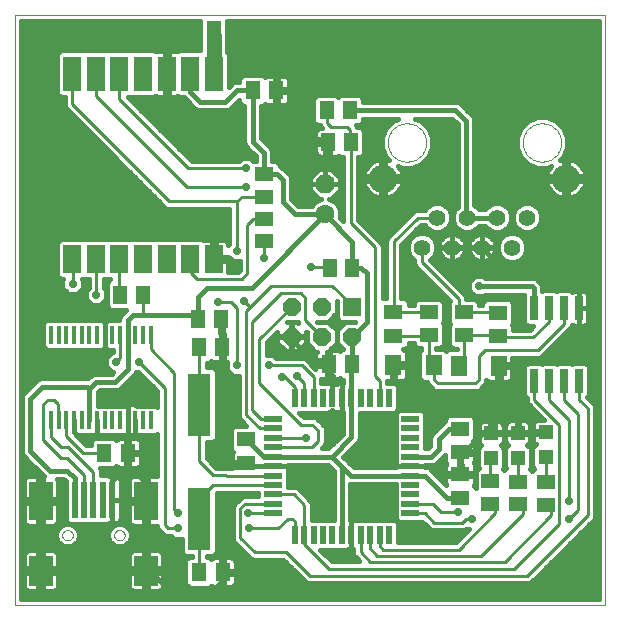
<source format=gtl>
G75*
G70*
%OFA0B0*%
%FSLAX24Y24*%
%IPPOS*%
%LPD*%
%AMOC8*
5,1,8,0,0,1.08239X$1,22.5*
%
%ADD10C,0.0000*%
%ADD11R,0.0760X0.2100*%
%ADD12R,0.0512X0.0630*%
%ADD13R,0.0630X0.0512*%
%ADD14R,0.0600X0.0600*%
%ADD15OC8,0.0600*%
%ADD16R,0.0591X0.0945*%
%ADD17R,0.0591X0.1181*%
%ADD18R,0.0260X0.0800*%
%ADD19R,0.0500X0.1000*%
%ADD20R,0.0157X0.0591*%
%ADD21R,0.0787X0.0984*%
%ADD22R,0.0787X0.1299*%
%ADD23R,0.0197X0.1220*%
%ADD24R,0.0591X0.0197*%
%ADD25R,0.0197X0.0591*%
%ADD26OC8,0.0630*%
%ADD27C,0.0630*%
%ADD28R,0.0472X0.0472*%
%ADD29R,0.0591X0.0512*%
%ADD30C,0.0554*%
%ADD31C,0.0945*%
%ADD32R,0.0551X0.0709*%
%ADD33R,0.0512X0.0591*%
%ADD34C,0.0160*%
%ADD35OC8,0.0356*%
%ADD36C,0.0100*%
%ADD37OC8,0.0277*%
%ADD38C,0.0500*%
D10*
X000877Y000978D02*
X000877Y020663D01*
X020562Y020663D01*
X020562Y000978D01*
X000877Y000978D01*
X002456Y003313D02*
X002458Y003339D01*
X002464Y003365D01*
X002474Y003390D01*
X002487Y003413D01*
X002503Y003433D01*
X002523Y003451D01*
X002545Y003466D01*
X002568Y003478D01*
X002594Y003486D01*
X002620Y003490D01*
X002646Y003490D01*
X002672Y003486D01*
X002698Y003478D01*
X002722Y003466D01*
X002743Y003451D01*
X002763Y003433D01*
X002779Y003413D01*
X002792Y003390D01*
X002802Y003365D01*
X002808Y003339D01*
X002810Y003313D01*
X002808Y003287D01*
X002802Y003261D01*
X002792Y003236D01*
X002779Y003213D01*
X002763Y003193D01*
X002743Y003175D01*
X002721Y003160D01*
X002698Y003148D01*
X002672Y003140D01*
X002646Y003136D01*
X002620Y003136D01*
X002594Y003140D01*
X002568Y003148D01*
X002544Y003160D01*
X002523Y003175D01*
X002503Y003193D01*
X002487Y003213D01*
X002474Y003236D01*
X002464Y003261D01*
X002458Y003287D01*
X002456Y003313D01*
X004188Y003313D02*
X004190Y003339D01*
X004196Y003365D01*
X004206Y003390D01*
X004219Y003413D01*
X004235Y003433D01*
X004255Y003451D01*
X004277Y003466D01*
X004300Y003478D01*
X004326Y003486D01*
X004352Y003490D01*
X004378Y003490D01*
X004404Y003486D01*
X004430Y003478D01*
X004454Y003466D01*
X004475Y003451D01*
X004495Y003433D01*
X004511Y003413D01*
X004524Y003390D01*
X004534Y003365D01*
X004540Y003339D01*
X004542Y003313D01*
X004540Y003287D01*
X004534Y003261D01*
X004524Y003236D01*
X004511Y003213D01*
X004495Y003193D01*
X004475Y003175D01*
X004453Y003160D01*
X004430Y003148D01*
X004404Y003140D01*
X004378Y003136D01*
X004352Y003136D01*
X004326Y003140D01*
X004300Y003148D01*
X004276Y003160D01*
X004255Y003175D01*
X004235Y003193D01*
X004219Y003213D01*
X004206Y003236D01*
X004196Y003261D01*
X004190Y003287D01*
X004188Y003313D01*
X013310Y016402D02*
X013312Y016452D01*
X013318Y016502D01*
X013328Y016551D01*
X013341Y016600D01*
X013359Y016647D01*
X013380Y016693D01*
X013404Y016736D01*
X013432Y016778D01*
X013463Y016818D01*
X013497Y016855D01*
X013534Y016889D01*
X013574Y016920D01*
X013616Y016948D01*
X013659Y016972D01*
X013705Y016993D01*
X013752Y017011D01*
X013801Y017024D01*
X013850Y017034D01*
X013900Y017040D01*
X013950Y017042D01*
X014000Y017040D01*
X014050Y017034D01*
X014099Y017024D01*
X014148Y017011D01*
X014195Y016993D01*
X014241Y016972D01*
X014284Y016948D01*
X014326Y016920D01*
X014366Y016889D01*
X014403Y016855D01*
X014437Y016818D01*
X014468Y016778D01*
X014496Y016736D01*
X014520Y016693D01*
X014541Y016647D01*
X014559Y016600D01*
X014572Y016551D01*
X014582Y016502D01*
X014588Y016452D01*
X014590Y016402D01*
X014588Y016352D01*
X014582Y016302D01*
X014572Y016253D01*
X014559Y016204D01*
X014541Y016157D01*
X014520Y016111D01*
X014496Y016068D01*
X014468Y016026D01*
X014437Y015986D01*
X014403Y015949D01*
X014366Y015915D01*
X014326Y015884D01*
X014284Y015856D01*
X014241Y015832D01*
X014195Y015811D01*
X014148Y015793D01*
X014099Y015780D01*
X014050Y015770D01*
X014000Y015764D01*
X013950Y015762D01*
X013900Y015764D01*
X013850Y015770D01*
X013801Y015780D01*
X013752Y015793D01*
X013705Y015811D01*
X013659Y015832D01*
X013616Y015856D01*
X013574Y015884D01*
X013534Y015915D01*
X013497Y015949D01*
X013463Y015986D01*
X013432Y016026D01*
X013404Y016068D01*
X013380Y016111D01*
X013359Y016157D01*
X013341Y016204D01*
X013328Y016253D01*
X013318Y016302D01*
X013312Y016352D01*
X013310Y016402D01*
X017810Y016402D02*
X017812Y016452D01*
X017818Y016502D01*
X017828Y016551D01*
X017841Y016600D01*
X017859Y016647D01*
X017880Y016693D01*
X017904Y016736D01*
X017932Y016778D01*
X017963Y016818D01*
X017997Y016855D01*
X018034Y016889D01*
X018074Y016920D01*
X018116Y016948D01*
X018159Y016972D01*
X018205Y016993D01*
X018252Y017011D01*
X018301Y017024D01*
X018350Y017034D01*
X018400Y017040D01*
X018450Y017042D01*
X018500Y017040D01*
X018550Y017034D01*
X018599Y017024D01*
X018648Y017011D01*
X018695Y016993D01*
X018741Y016972D01*
X018784Y016948D01*
X018826Y016920D01*
X018866Y016889D01*
X018903Y016855D01*
X018937Y016818D01*
X018968Y016778D01*
X018996Y016736D01*
X019020Y016693D01*
X019041Y016647D01*
X019059Y016600D01*
X019072Y016551D01*
X019082Y016502D01*
X019088Y016452D01*
X019090Y016402D01*
X019088Y016352D01*
X019082Y016302D01*
X019072Y016253D01*
X019059Y016204D01*
X019041Y016157D01*
X019020Y016111D01*
X018996Y016068D01*
X018968Y016026D01*
X018937Y015986D01*
X018903Y015949D01*
X018866Y015915D01*
X018826Y015884D01*
X018784Y015856D01*
X018741Y015832D01*
X018695Y015811D01*
X018648Y015793D01*
X018599Y015780D01*
X018550Y015770D01*
X018500Y015764D01*
X018450Y015762D01*
X018400Y015764D01*
X018350Y015770D01*
X018301Y015780D01*
X018252Y015793D01*
X018205Y015811D01*
X018159Y015832D01*
X018116Y015856D01*
X018074Y015884D01*
X018034Y015915D01*
X017997Y015949D01*
X017963Y015986D01*
X017932Y016026D01*
X017904Y016068D01*
X017880Y016111D01*
X017859Y016157D01*
X017841Y016204D01*
X017828Y016253D01*
X017818Y016302D01*
X017812Y016352D01*
X017810Y016402D01*
D11*
X007024Y007660D03*
X007024Y003860D03*
D12*
X007022Y002080D03*
X007809Y002080D03*
X004647Y006053D03*
X003859Y006053D03*
X007003Y009569D03*
X007790Y009569D03*
X007761Y010514D03*
X006974Y010514D03*
X005147Y011334D03*
X004399Y011334D03*
X011373Y012218D03*
X012121Y012218D03*
X012123Y009005D03*
X011336Y009005D03*
X009595Y018137D03*
X008808Y018137D03*
D13*
X009196Y015338D03*
X009196Y014590D03*
X009175Y013852D03*
X009175Y013104D03*
X013501Y010750D03*
X013501Y009963D03*
X015717Y006863D03*
X015717Y006076D03*
X015723Y005343D03*
X015723Y004555D03*
X016982Y009939D03*
X016982Y010727D03*
X008598Y006505D03*
X008598Y005717D03*
D14*
X012105Y010929D03*
D15*
X011105Y010929D03*
X010105Y010929D03*
X010105Y009929D03*
X011105Y009929D03*
X012105Y009929D03*
D16*
X007511Y012513D03*
X006723Y012513D03*
X005936Y012513D03*
X005148Y012513D03*
X004361Y012513D03*
X003574Y012513D03*
X002786Y012513D03*
D17*
X002786Y018694D03*
X003574Y018694D03*
X004361Y018694D03*
X005148Y018694D03*
X005936Y018694D03*
X006723Y018694D03*
X007511Y018694D03*
D18*
X018185Y010873D03*
X018685Y010873D03*
X019185Y010873D03*
X019685Y010873D03*
X019685Y008453D03*
X019185Y008453D03*
X018685Y008453D03*
X018185Y008453D03*
D19*
X007510Y019963D03*
D20*
X005412Y009992D03*
X005156Y009992D03*
X004900Y009992D03*
X004644Y009992D03*
X004388Y009992D03*
X004133Y009992D03*
X003877Y009992D03*
X003621Y009992D03*
X003365Y009992D03*
X003109Y009992D03*
X002853Y009992D03*
X002597Y009992D03*
X002341Y009992D03*
X002085Y009992D03*
X002085Y007138D03*
X002341Y007138D03*
X002597Y007138D03*
X002853Y007138D03*
X003109Y007138D03*
X003365Y007138D03*
X003621Y007138D03*
X003877Y007138D03*
X004133Y007138D03*
X004388Y007138D03*
X004644Y007138D03*
X004900Y007138D03*
X005156Y007138D03*
X005412Y007138D03*
D21*
X005251Y002132D03*
X001747Y002132D03*
D22*
X001747Y004454D03*
X005251Y004454D03*
D23*
X004129Y004494D03*
X003814Y004494D03*
X003499Y004494D03*
X003184Y004494D03*
X002869Y004494D03*
D24*
X009496Y004354D03*
X009496Y004669D03*
X009496Y004984D03*
X009496Y005299D03*
X009496Y005613D03*
X009496Y005928D03*
X009496Y006243D03*
X009496Y006558D03*
X009496Y006873D03*
X009496Y007188D03*
X009496Y004039D03*
X014063Y004039D03*
X014063Y004354D03*
X014063Y004669D03*
X014063Y004984D03*
X014063Y005299D03*
X014063Y005613D03*
X014063Y005928D03*
X014063Y006243D03*
X014063Y006558D03*
X014063Y006873D03*
X014063Y007188D03*
D25*
X013355Y007897D03*
X013040Y007897D03*
X012725Y007897D03*
X012410Y007897D03*
X012095Y007897D03*
X011780Y007897D03*
X011465Y007897D03*
X011150Y007897D03*
X010835Y007897D03*
X010520Y007897D03*
X010205Y007897D03*
X010205Y003330D03*
X010520Y003330D03*
X010835Y003330D03*
X011150Y003330D03*
X011465Y003330D03*
X011780Y003330D03*
X012095Y003330D03*
X012410Y003330D03*
X012725Y003330D03*
X013040Y003330D03*
X013355Y003330D03*
D26*
X011212Y015011D03*
D27*
X011212Y014011D03*
D28*
X016754Y006708D03*
X016754Y005881D03*
X017643Y005893D03*
X017643Y006720D03*
X018571Y006739D03*
X018571Y005912D03*
D29*
X018584Y005077D03*
X018584Y004329D03*
X017638Y004349D03*
X017638Y005097D03*
X016732Y005105D03*
X016732Y004357D03*
X015855Y009988D03*
X015855Y010736D03*
X014676Y010744D03*
X014676Y009996D03*
D30*
X014450Y012902D03*
X015450Y012902D03*
X016450Y012902D03*
X017450Y012902D03*
X016950Y013902D03*
X017950Y013902D03*
X015950Y013902D03*
X014950Y013902D03*
D31*
X013151Y015202D03*
X019250Y015202D03*
D32*
X017010Y008961D03*
X015671Y008961D03*
X014839Y008978D03*
X013500Y008978D03*
D33*
X012078Y016411D03*
X011330Y016411D03*
X011290Y017474D03*
X012038Y017474D03*
D34*
X015562Y017474D01*
X015916Y017119D01*
X015916Y013937D01*
X015950Y013902D01*
X016950Y013902D01*
X017370Y014137D02*
X017531Y014137D01*
X017546Y014173D02*
X017473Y013997D01*
X017473Y013807D01*
X017546Y013632D01*
X017680Y013498D01*
X017856Y013425D01*
X018045Y013425D01*
X018221Y013498D01*
X018355Y013632D01*
X018428Y013807D01*
X018428Y013997D01*
X018355Y014173D01*
X018221Y014307D01*
X018045Y014380D01*
X017856Y014380D01*
X017680Y014307D01*
X017546Y014173D01*
X017669Y014295D02*
X017232Y014295D01*
X017221Y014307D02*
X017045Y014380D01*
X016856Y014380D01*
X016680Y014307D01*
X016556Y014182D01*
X016345Y014182D01*
X016221Y014307D01*
X016196Y014317D01*
X016196Y017175D01*
X016154Y017278D01*
X016075Y017357D01*
X015720Y017711D01*
X015618Y017754D01*
X015506Y017754D01*
X012494Y017754D01*
X012494Y017852D01*
X012377Y017969D01*
X011699Y017969D01*
X011664Y017934D01*
X011629Y017969D01*
X010951Y017969D01*
X010834Y017852D01*
X010834Y017096D01*
X010951Y016978D01*
X011054Y016978D01*
X011078Y016919D01*
X011111Y016886D01*
X011050Y016886D01*
X011004Y016874D01*
X010963Y016850D01*
X010930Y016816D01*
X010906Y016775D01*
X010894Y016730D01*
X010894Y016459D01*
X011281Y016459D01*
X011281Y016363D01*
X010894Y016363D01*
X010894Y016092D01*
X010906Y016046D01*
X010930Y016005D01*
X010963Y015971D01*
X011004Y015948D01*
X011050Y015935D01*
X011282Y015935D01*
X011282Y016362D01*
X011378Y016362D01*
X011378Y015935D01*
X011609Y015935D01*
X011655Y015948D01*
X011688Y015967D01*
X011739Y015915D01*
X011828Y015915D01*
X011828Y013791D01*
X011722Y013897D01*
X011727Y013908D01*
X011727Y014113D01*
X011648Y014303D01*
X011503Y014447D01*
X011338Y014516D01*
X011417Y014516D01*
X011707Y014806D01*
X011707Y015011D01*
X011707Y015216D01*
X011417Y015506D01*
X011212Y015506D01*
X011212Y015011D01*
X011707Y015011D01*
X011212Y015011D01*
X011212Y015011D01*
X011211Y015011D01*
X011211Y015011D01*
X010717Y015011D01*
X010717Y015216D01*
X011007Y015506D01*
X011211Y015506D01*
X011211Y015011D01*
X010717Y015011D01*
X010717Y014806D01*
X011007Y014516D01*
X011085Y014516D01*
X010920Y014447D01*
X010775Y014303D01*
X010770Y014291D01*
X010322Y014291D01*
X010094Y014519D01*
X010094Y015095D01*
X010094Y015207D01*
X010051Y015309D01*
X009854Y015506D01*
X009776Y015585D01*
X009711Y015612D01*
X009711Y015676D01*
X009594Y015794D01*
X009464Y015794D01*
X009464Y016001D01*
X009464Y016112D01*
X009421Y016215D01*
X009088Y016549D01*
X009088Y017622D01*
X009146Y017622D01*
X009215Y017691D01*
X009229Y017678D01*
X009270Y017654D01*
X009315Y017642D01*
X009547Y017642D01*
X009547Y018089D01*
X009643Y018089D01*
X009643Y018185D01*
X010031Y018185D01*
X010031Y018476D01*
X010019Y018521D01*
X009995Y018563D01*
X009961Y018596D01*
X009920Y018620D01*
X009875Y018632D01*
X009643Y018632D01*
X009643Y018185D01*
X009547Y018185D01*
X009547Y018632D01*
X009315Y018632D01*
X009270Y018620D01*
X009229Y018596D01*
X009215Y018583D01*
X009146Y018652D01*
X008469Y018652D01*
X008352Y018535D01*
X008352Y018423D01*
X008223Y018423D01*
X008120Y018380D01*
X008041Y018302D01*
X008006Y018266D01*
X008006Y019367D01*
X007960Y019412D01*
X007960Y019874D01*
X007960Y020053D01*
X007960Y020463D01*
X020362Y020463D01*
X020362Y001178D01*
X001077Y001178D01*
X001077Y020463D01*
X007060Y020463D01*
X007060Y019484D01*
X006345Y019484D01*
X006308Y019448D01*
X006300Y019452D01*
X006255Y019464D01*
X006003Y019464D01*
X006003Y018762D01*
X005868Y018762D01*
X005868Y019464D01*
X005617Y019464D01*
X005571Y019452D01*
X005563Y019448D01*
X005526Y019484D01*
X004770Y019484D01*
X004755Y019469D01*
X004739Y019484D01*
X003983Y019484D01*
X003967Y019469D01*
X003952Y019484D01*
X003195Y019484D01*
X003180Y019469D01*
X003164Y019484D01*
X002408Y019484D01*
X002291Y019367D01*
X002291Y018020D01*
X002408Y017903D01*
X002536Y017903D01*
X002536Y017740D01*
X002536Y017641D01*
X002574Y017549D01*
X005822Y014301D01*
X005893Y014230D01*
X005985Y014192D01*
X008028Y014192D01*
X008028Y013018D01*
X007986Y012975D01*
X007986Y013009D01*
X007973Y013055D01*
X007950Y013096D01*
X007916Y013129D01*
X007875Y013153D01*
X007829Y013165D01*
X007578Y013165D01*
X007578Y012581D01*
X007443Y012581D01*
X007443Y013165D01*
X007191Y013165D01*
X007146Y013153D01*
X007138Y013148D01*
X007101Y013185D01*
X006345Y013185D01*
X006329Y013169D01*
X006314Y013185D01*
X005558Y013185D01*
X005542Y013169D01*
X005526Y013185D01*
X004770Y013185D01*
X004755Y013169D01*
X004739Y013185D01*
X003983Y013185D01*
X003967Y013169D01*
X003952Y013185D01*
X003195Y013185D01*
X003180Y013169D01*
X003164Y013185D01*
X002408Y013185D01*
X002291Y013068D01*
X002291Y011957D01*
X002408Y011840D01*
X002481Y011840D01*
X002467Y011827D01*
X002467Y011546D01*
X002666Y011348D01*
X002946Y011348D01*
X003145Y011546D01*
X003145Y011827D01*
X003131Y011840D01*
X003164Y011840D01*
X003180Y011856D01*
X003195Y011840D01*
X003343Y011840D01*
X003343Y011561D01*
X003255Y011472D01*
X003255Y011192D01*
X003453Y010993D01*
X003734Y010993D01*
X003932Y011192D01*
X003932Y011472D01*
X003843Y011561D01*
X003843Y011840D01*
X003952Y011840D01*
X003967Y011856D01*
X003983Y011840D01*
X004051Y011840D01*
X003943Y011732D01*
X003943Y010936D01*
X004060Y010819D01*
X004574Y010819D01*
X004407Y010652D01*
X004364Y010549D01*
X004364Y010487D01*
X004294Y010487D01*
X003971Y010487D01*
X003951Y010467D01*
X003877Y010467D01*
X003877Y010393D01*
X003876Y010393D01*
X003876Y010467D01*
X003802Y010467D01*
X003782Y010487D01*
X003526Y010487D01*
X003271Y010487D01*
X003015Y010487D01*
X002691Y010487D01*
X002503Y010487D01*
X002247Y010487D01*
X001924Y010487D01*
X001807Y010370D01*
X001807Y009614D01*
X001924Y009497D01*
X002247Y009497D01*
X002503Y009497D01*
X002691Y009497D01*
X003015Y009497D01*
X003271Y009497D01*
X003526Y009497D01*
X003782Y009497D01*
X003802Y009517D01*
X003876Y009517D01*
X003876Y009591D01*
X003877Y009591D01*
X003877Y009517D01*
X003951Y009517D01*
X003971Y009497D01*
X004138Y009497D01*
X004138Y009427D01*
X004122Y009427D01*
X003924Y009228D01*
X003924Y008948D01*
X004122Y008749D01*
X004158Y008749D01*
X004107Y008699D01*
X003649Y008699D01*
X003538Y008699D01*
X003435Y008656D01*
X003320Y008541D01*
X003238Y008541D01*
X001727Y008541D01*
X001624Y008498D01*
X001545Y008420D01*
X001151Y008026D01*
X001109Y007923D01*
X001109Y007812D01*
X001109Y006079D01*
X001151Y005976D01*
X001230Y005898D01*
X001844Y005284D01*
X001827Y005284D01*
X001827Y004535D01*
X001667Y004535D01*
X001667Y005284D01*
X001329Y005284D01*
X001284Y005272D01*
X001242Y005248D01*
X001209Y005215D01*
X001185Y005173D01*
X001173Y005128D01*
X001173Y004534D01*
X001667Y004534D01*
X001667Y004374D01*
X001827Y004374D01*
X001827Y004534D01*
X002320Y004534D01*
X002320Y005128D01*
X002308Y005173D01*
X002301Y005186D01*
X002493Y005186D01*
X002570Y005109D01*
X002570Y003801D01*
X002681Y003690D01*
X002558Y003690D01*
X002419Y003632D01*
X002313Y003526D01*
X002255Y003388D01*
X002255Y003238D01*
X002313Y003099D01*
X002419Y002993D01*
X002558Y002936D01*
X002708Y002936D01*
X002846Y002993D01*
X002952Y003099D01*
X003010Y003238D01*
X003010Y003388D01*
X002952Y003526D01*
X002846Y003632D01*
X002723Y003684D01*
X003002Y003684D01*
X003317Y003684D01*
X003632Y003684D01*
X003995Y003684D01*
X004015Y003704D01*
X004128Y003704D01*
X004128Y004493D01*
X004129Y004493D01*
X004129Y003704D01*
X004251Y003704D01*
X004296Y003716D01*
X004338Y003739D01*
X004371Y003773D01*
X004395Y003814D01*
X004407Y003860D01*
X004407Y004494D01*
X004407Y005128D01*
X004395Y005173D01*
X004371Y005215D01*
X004338Y005248D01*
X004296Y005272D01*
X004251Y005284D01*
X004129Y005284D01*
X004129Y004494D01*
X004407Y004494D01*
X004129Y004494D01*
X004129Y004494D01*
X004128Y004494D01*
X004128Y005284D01*
X004015Y005284D01*
X003995Y005304D01*
X003749Y005304D01*
X003749Y005353D01*
X003749Y005453D01*
X003713Y005538D01*
X004198Y005538D01*
X004267Y005607D01*
X004280Y005594D01*
X004321Y005570D01*
X004367Y005558D01*
X004599Y005558D01*
X004599Y006005D01*
X004695Y006005D01*
X004695Y006101D01*
X005083Y006101D01*
X005083Y006391D01*
X005070Y006437D01*
X005047Y006478D01*
X005013Y006512D01*
X004972Y006535D01*
X004926Y006548D01*
X004695Y006548D01*
X004695Y006101D01*
X004599Y006101D01*
X004599Y006548D01*
X004367Y006548D01*
X004321Y006535D01*
X004280Y006512D01*
X004267Y006499D01*
X004198Y006568D01*
X003521Y006568D01*
X003403Y006451D01*
X003403Y006306D01*
X003264Y006306D01*
X002908Y006663D01*
X002927Y006663D01*
X002947Y006643D01*
X003203Y006643D01*
X003526Y006643D01*
X003546Y006663D01*
X003621Y006663D01*
X003695Y006663D01*
X003715Y006643D01*
X003971Y006643D01*
X004227Y006643D01*
X004550Y006643D01*
X004570Y006663D01*
X004644Y006663D01*
X004644Y006688D01*
X004645Y006688D01*
X004645Y006663D01*
X004669Y006663D01*
X004690Y006642D01*
X004865Y006642D01*
X004886Y006663D01*
X004900Y006663D01*
X004900Y006677D01*
X004900Y006677D01*
X004900Y006663D01*
X004975Y006663D01*
X004995Y006643D01*
X005250Y006643D01*
X005574Y006643D01*
X005627Y006696D01*
X005627Y005284D01*
X005331Y005284D01*
X005331Y004535D01*
X005171Y004535D01*
X005171Y005284D01*
X004833Y005284D01*
X004787Y005272D01*
X004746Y005248D01*
X004713Y005215D01*
X004689Y005173D01*
X004677Y005128D01*
X004677Y004534D01*
X005171Y004534D01*
X005171Y004374D01*
X005331Y004374D01*
X005331Y003625D01*
X005627Y003625D01*
X005627Y003605D01*
X005665Y003513D01*
X005783Y003395D01*
X005853Y003325D01*
X005945Y003287D01*
X006081Y003287D01*
X006170Y003198D01*
X006444Y003198D01*
X006444Y002727D01*
X006561Y002610D01*
X006774Y002610D01*
X006774Y002595D01*
X006683Y002595D01*
X006566Y002477D01*
X006566Y001682D01*
X006683Y001565D01*
X007360Y001565D01*
X007429Y001634D01*
X007442Y001621D01*
X007484Y001597D01*
X007529Y001585D01*
X007761Y001585D01*
X007761Y002031D01*
X007857Y002031D01*
X007857Y001585D01*
X008089Y001585D01*
X008134Y001597D01*
X008175Y001621D01*
X008209Y001654D01*
X008233Y001695D01*
X008245Y001741D01*
X008245Y002032D01*
X007857Y002032D01*
X007857Y002128D01*
X007761Y002128D01*
X007761Y002575D01*
X007529Y002575D01*
X007484Y002562D01*
X007442Y002539D01*
X007429Y002525D01*
X007360Y002595D01*
X007274Y002595D01*
X007274Y002610D01*
X007487Y002610D01*
X007604Y002727D01*
X007604Y004734D01*
X009001Y004734D01*
X009001Y004604D01*
X008594Y004604D01*
X008494Y004604D01*
X008403Y004566D01*
X008255Y004418D01*
X008185Y004348D01*
X008147Y004256D01*
X008147Y003271D01*
X008147Y003172D01*
X008185Y003080D01*
X008657Y002608D01*
X008727Y002537D01*
X008819Y002499D01*
X009828Y002499D01*
X010507Y001820D01*
X010578Y001750D01*
X010670Y001712D01*
X018013Y001712D01*
X018105Y001750D01*
X018175Y001820D01*
X018175Y001820D01*
X020183Y003828D01*
X020221Y003920D01*
X020221Y004019D01*
X020221Y007602D01*
X020183Y007694D01*
X020113Y007764D01*
X019961Y007916D01*
X020015Y007970D01*
X020015Y008936D01*
X019898Y009053D01*
X019472Y009053D01*
X019435Y009016D01*
X019398Y009053D01*
X018972Y009053D01*
X018935Y009016D01*
X018898Y009053D01*
X018472Y009053D01*
X018435Y009016D01*
X018398Y009053D01*
X017972Y009053D01*
X017855Y008936D01*
X017855Y007970D01*
X017950Y007876D01*
X017950Y007778D01*
X017988Y007686D01*
X018519Y007155D01*
X018311Y007155D01*
X018265Y007143D01*
X018224Y007119D01*
X018190Y007086D01*
X018167Y007045D01*
X018154Y006999D01*
X018154Y006777D01*
X018532Y006777D01*
X018532Y006701D01*
X018154Y006701D01*
X018154Y006479D01*
X018167Y006433D01*
X018190Y006392D01*
X018224Y006359D01*
X018248Y006345D01*
X018134Y006231D01*
X018134Y005593D01*
X018200Y005527D01*
X018121Y005448D01*
X018037Y005532D01*
X018079Y005574D01*
X018079Y006212D01*
X017965Y006326D01*
X017989Y006339D01*
X018023Y006373D01*
X018046Y006414D01*
X018059Y006460D01*
X018059Y006682D01*
X017681Y006682D01*
X017681Y006758D01*
X018059Y006758D01*
X018059Y006980D01*
X018046Y007025D01*
X018023Y007066D01*
X017989Y007100D01*
X017948Y007124D01*
X017903Y007136D01*
X017681Y007136D01*
X017681Y006758D01*
X017604Y006758D01*
X017604Y006682D01*
X017226Y006682D01*
X017226Y006460D01*
X017239Y006414D01*
X017262Y006373D01*
X017296Y006339D01*
X017320Y006326D01*
X017206Y006212D01*
X017206Y005574D01*
X017244Y005537D01*
X017189Y005482D01*
X017149Y005521D01*
X017190Y005562D01*
X017190Y006200D01*
X017077Y006314D01*
X017101Y006328D01*
X017134Y006361D01*
X017158Y006402D01*
X017170Y006448D01*
X017170Y006670D01*
X016792Y006670D01*
X016792Y006746D01*
X016716Y006746D01*
X016716Y007124D01*
X016494Y007124D01*
X016448Y007112D01*
X016407Y007088D01*
X016374Y007055D01*
X016350Y007014D01*
X016338Y006968D01*
X016338Y006746D01*
X016716Y006746D01*
X016716Y006670D01*
X016338Y006670D01*
X016338Y006448D01*
X016350Y006402D01*
X016374Y006361D01*
X016407Y006328D01*
X016431Y006314D01*
X016318Y006200D01*
X016318Y005562D01*
X016336Y005544D01*
X016236Y005444D01*
X016236Y004895D01*
X016168Y004963D01*
X016182Y004976D01*
X016205Y005017D01*
X016218Y005063D01*
X016218Y005295D01*
X015771Y005295D01*
X015771Y005391D01*
X016218Y005391D01*
X016218Y005622D01*
X016205Y005668D01*
X016182Y005709D01*
X016178Y005713D01*
X016199Y005750D01*
X016212Y005796D01*
X016212Y006028D01*
X015765Y006028D01*
X015765Y006124D01*
X016212Y006124D01*
X016212Y006355D01*
X016199Y006401D01*
X016176Y006442D01*
X016162Y006455D01*
X016232Y006524D01*
X016232Y007202D01*
X016114Y007319D01*
X015319Y007319D01*
X015202Y007202D01*
X015202Y007107D01*
X015186Y007100D01*
X014852Y006766D01*
X014773Y006687D01*
X014731Y006584D01*
X014731Y006290D01*
X014649Y006208D01*
X014559Y006208D01*
X014559Y006377D01*
X014559Y006692D01*
X014559Y007007D01*
X014559Y007370D01*
X014441Y007487D01*
X013685Y007487D01*
X013568Y007370D01*
X013568Y007007D01*
X013568Y006692D01*
X013568Y006377D01*
X013568Y006062D01*
X013568Y005747D01*
X013588Y005727D01*
X013588Y005614D01*
X014063Y005614D01*
X014063Y005613D01*
X013588Y005613D01*
X013588Y005578D01*
X012184Y005578D01*
X011941Y005821D01*
X011834Y005928D01*
X012332Y006427D01*
X012375Y006530D01*
X012375Y006641D01*
X012375Y007402D01*
X012591Y007402D01*
X012906Y007402D01*
X013221Y007402D01*
X013536Y007402D01*
X013653Y007519D01*
X013653Y008275D01*
X013536Y008392D01*
X013292Y008392D01*
X013292Y008444D01*
X013443Y008444D01*
X013443Y008920D01*
X013558Y008920D01*
X013558Y008444D01*
X013800Y008444D01*
X013846Y008456D01*
X013887Y008480D01*
X013920Y008513D01*
X013944Y008554D01*
X013956Y008600D01*
X013956Y008920D01*
X013559Y008920D01*
X013559Y009036D01*
X013956Y009036D01*
X013956Y009356D01*
X013944Y009402D01*
X013920Y009443D01*
X013887Y009476D01*
X013846Y009500D01*
X013820Y009507D01*
X013899Y009507D01*
X014016Y009624D01*
X014016Y009713D01*
X014181Y009713D01*
X014181Y009657D01*
X014298Y009540D01*
X014426Y009540D01*
X014426Y009478D01*
X014363Y009415D01*
X014363Y008541D01*
X014481Y008424D01*
X014613Y008424D01*
X014641Y008356D01*
X014759Y008238D01*
X014830Y008167D01*
X014922Y008129D01*
X016181Y008129D01*
X016281Y008129D01*
X016373Y008167D01*
X016491Y008285D01*
X016561Y008356D01*
X016599Y008448D01*
X016599Y008488D01*
X016624Y008463D01*
X016665Y008439D01*
X016711Y008427D01*
X016952Y008427D01*
X016952Y008903D01*
X017068Y008903D01*
X017068Y008427D01*
X017309Y008427D01*
X017355Y008439D01*
X017396Y008463D01*
X017430Y008497D01*
X017453Y008538D01*
X017465Y008583D01*
X017465Y008904D01*
X017068Y008904D01*
X017068Y009019D01*
X017465Y009019D01*
X017465Y009232D01*
X018368Y009232D01*
X018459Y009270D01*
X018530Y009340D01*
X019397Y010207D01*
X019435Y010299D01*
X019435Y010310D01*
X019451Y010326D01*
X019486Y010305D01*
X019531Y010293D01*
X019685Y010293D01*
X019685Y010873D01*
X019685Y011618D01*
X019263Y012041D01*
X017312Y012041D01*
X016450Y012902D01*
X015450Y012902D01*
X015442Y012894D02*
X015459Y012894D01*
X015459Y012911D01*
X015908Y012911D01*
X015908Y012938D01*
X015896Y013009D01*
X015874Y013078D01*
X015841Y013142D01*
X015799Y013200D01*
X015748Y013251D01*
X015690Y013293D01*
X015626Y013326D01*
X015558Y013348D01*
X015486Y013360D01*
X015459Y013360D01*
X015459Y012911D01*
X015442Y012911D01*
X015442Y013360D01*
X015414Y013360D01*
X015343Y013348D01*
X015275Y013326D01*
X015211Y013293D01*
X015153Y013251D01*
X015102Y013200D01*
X015059Y013142D01*
X015027Y013078D01*
X015005Y013009D01*
X014993Y012938D01*
X014993Y012911D01*
X015442Y012911D01*
X015442Y012894D01*
X014993Y012894D01*
X014993Y012866D01*
X015005Y012795D01*
X015027Y012727D01*
X015059Y012663D01*
X015102Y012605D01*
X015153Y012554D01*
X015211Y012511D01*
X015275Y012479D01*
X015343Y012457D01*
X015414Y012445D01*
X015442Y012445D01*
X015442Y012894D01*
X015459Y012894D02*
X015459Y012445D01*
X015486Y012445D01*
X015558Y012457D01*
X015626Y012479D01*
X015690Y012511D01*
X015748Y012554D01*
X015799Y012605D01*
X015841Y012663D01*
X015874Y012727D01*
X015896Y012795D01*
X015908Y012866D01*
X015908Y012894D01*
X015459Y012894D01*
X015459Y012868D02*
X015442Y012868D01*
X015442Y012710D02*
X015459Y012710D01*
X015442Y012551D02*
X015459Y012551D01*
X015745Y012551D02*
X016156Y012551D01*
X016153Y012554D02*
X016211Y012511D01*
X016275Y012479D01*
X016343Y012457D01*
X016414Y012445D01*
X016442Y012445D01*
X016442Y012894D01*
X015993Y012894D01*
X015993Y012866D01*
X016005Y012795D01*
X016027Y012727D01*
X016059Y012663D01*
X016102Y012605D01*
X016153Y012554D01*
X016035Y012710D02*
X015865Y012710D01*
X015908Y012868D02*
X015993Y012868D01*
X015993Y012911D02*
X016442Y012911D01*
X016442Y013360D01*
X016414Y013360D01*
X016343Y013348D01*
X016275Y013326D01*
X016211Y013293D01*
X016153Y013251D01*
X016102Y013200D01*
X016059Y013142D01*
X016027Y013078D01*
X016005Y013009D01*
X015993Y012938D01*
X015993Y012911D01*
X016010Y013027D02*
X015891Y013027D01*
X015810Y013185D02*
X016091Y013185D01*
X016330Y013344D02*
X015571Y013344D01*
X015459Y013344D02*
X015442Y013344D01*
X015330Y013344D02*
X014631Y013344D01*
X014545Y013380D02*
X014356Y013380D01*
X014180Y013307D01*
X014046Y013173D01*
X013973Y012997D01*
X013973Y012807D01*
X014046Y012632D01*
X014180Y012498D01*
X014200Y012490D01*
X014200Y012454D01*
X014200Y012354D01*
X014239Y012262D01*
X015393Y011108D01*
X015360Y011075D01*
X015360Y010398D01*
X015395Y010362D01*
X015360Y010327D01*
X015360Y009649D01*
X015477Y009532D01*
X015605Y009532D01*
X015605Y009516D01*
X015313Y009516D01*
X015263Y009466D01*
X015197Y009532D01*
X014926Y009532D01*
X014926Y009540D01*
X015054Y009540D01*
X015171Y009657D01*
X015171Y010334D01*
X015136Y010370D01*
X015171Y010405D01*
X015171Y011083D01*
X015054Y011200D01*
X014298Y011200D01*
X014181Y011083D01*
X014181Y010994D01*
X014016Y010994D01*
X014016Y011089D01*
X013899Y011206D01*
X013765Y011206D01*
X013765Y013000D01*
X014417Y013652D01*
X014538Y013652D01*
X014546Y013632D01*
X014680Y013498D01*
X014856Y013425D01*
X015045Y013425D01*
X015221Y013498D01*
X015355Y013632D01*
X015428Y013807D01*
X015428Y013997D01*
X015355Y014173D01*
X015221Y014307D01*
X015045Y014380D01*
X014856Y014380D01*
X014680Y014307D01*
X014546Y014173D01*
X014538Y014152D01*
X014363Y014152D01*
X014264Y014152D01*
X014172Y014114D01*
X013373Y013316D01*
X013303Y013245D01*
X013265Y013153D01*
X013265Y011206D01*
X013135Y011206D01*
X013135Y012956D01*
X013097Y013048D01*
X013026Y013119D01*
X012328Y013817D01*
X012328Y015915D01*
X012416Y015915D01*
X012534Y016033D01*
X012534Y016789D01*
X012416Y016906D01*
X012286Y016906D01*
X012270Y016946D01*
X012237Y016978D01*
X012377Y016978D01*
X012494Y017096D01*
X012494Y017194D01*
X013666Y017194D01*
X013475Y017114D01*
X013239Y016878D01*
X013111Y016569D01*
X013111Y016235D01*
X013239Y015927D01*
X013338Y015827D01*
X013279Y015843D01*
X013229Y015849D01*
X013229Y015279D01*
X013799Y015279D01*
X013792Y015329D01*
X013770Y015412D01*
X013738Y015491D01*
X013695Y015565D01*
X013656Y015615D01*
X013783Y015563D01*
X014118Y015563D01*
X014426Y015691D01*
X014662Y015927D01*
X014790Y016235D01*
X014790Y016569D01*
X014662Y016878D01*
X014426Y017114D01*
X014234Y017194D01*
X015446Y017194D01*
X015636Y017003D01*
X015636Y014263D01*
X015546Y014173D01*
X015473Y013997D01*
X015473Y013807D01*
X015546Y013632D01*
X015680Y013498D01*
X015856Y013425D01*
X016045Y013425D01*
X016221Y013498D01*
X016345Y013622D01*
X016556Y013622D01*
X016680Y013498D01*
X016856Y013425D01*
X017045Y013425D01*
X017221Y013498D01*
X017355Y013632D01*
X017428Y013807D01*
X017428Y013997D01*
X017355Y014173D01*
X017221Y014307D01*
X017428Y013978D02*
X017473Y013978D01*
X017473Y013820D02*
X017428Y013820D01*
X017367Y013661D02*
X017534Y013661D01*
X017676Y013503D02*
X017225Y013503D01*
X017270Y013344D02*
X016571Y013344D01*
X016558Y013348D02*
X016486Y013360D01*
X016459Y013360D01*
X016459Y012911D01*
X016908Y012911D01*
X016908Y012938D01*
X016896Y013009D01*
X016874Y013078D01*
X016841Y013142D01*
X016799Y013200D01*
X016748Y013251D01*
X016690Y013293D01*
X016626Y013326D01*
X016558Y013348D01*
X016459Y013344D02*
X016442Y013344D01*
X016442Y013185D02*
X016459Y013185D01*
X016442Y013027D02*
X016459Y013027D01*
X016459Y012911D02*
X016442Y012911D01*
X016442Y012894D01*
X016459Y012894D01*
X016459Y012911D01*
X016459Y012894D02*
X016908Y012894D01*
X016908Y012866D01*
X016896Y012795D01*
X016874Y012727D01*
X016841Y012663D01*
X016799Y012605D01*
X016748Y012554D01*
X016690Y012511D01*
X016626Y012479D01*
X016558Y012457D01*
X016486Y012445D01*
X016459Y012445D01*
X016459Y012894D01*
X016459Y012868D02*
X016442Y012868D01*
X016442Y012710D02*
X016459Y012710D01*
X016442Y012551D02*
X016459Y012551D01*
X016745Y012551D02*
X017127Y012551D01*
X017180Y012498D02*
X017046Y012632D01*
X016973Y012807D01*
X016973Y012997D01*
X017046Y013173D01*
X017180Y013307D01*
X017356Y013380D01*
X017545Y013380D01*
X017721Y013307D01*
X017855Y013173D01*
X017928Y012997D01*
X017928Y012807D01*
X017855Y012632D01*
X017721Y012498D01*
X017545Y012425D01*
X017356Y012425D01*
X017180Y012498D01*
X017014Y012710D02*
X016865Y012710D01*
X016908Y012868D02*
X016973Y012868D01*
X016986Y013027D02*
X016891Y013027D01*
X016810Y013185D02*
X017059Y013185D01*
X016676Y013503D02*
X016225Y013503D01*
X015676Y013503D02*
X015225Y013503D01*
X015367Y013661D02*
X015534Y013661D01*
X015473Y013820D02*
X015428Y013820D01*
X015428Y013978D02*
X015473Y013978D01*
X015531Y014137D02*
X015370Y014137D01*
X015232Y014295D02*
X015636Y014295D01*
X015636Y014454D02*
X012328Y014454D01*
X012328Y014612D02*
X012869Y014612D01*
X012862Y014615D02*
X012941Y014583D01*
X013024Y014560D01*
X013074Y014554D01*
X013074Y015124D01*
X013229Y015124D01*
X013229Y015279D01*
X013074Y015279D01*
X013074Y015849D01*
X013024Y015843D01*
X012941Y015821D01*
X012862Y015788D01*
X012788Y015745D01*
X012720Y015693D01*
X012660Y015633D01*
X012608Y015565D01*
X012565Y015491D01*
X012532Y015412D01*
X012510Y015329D01*
X012503Y015279D01*
X013074Y015279D01*
X013074Y015124D01*
X012503Y015124D01*
X012510Y015074D01*
X012532Y014991D01*
X012565Y014912D01*
X012608Y014838D01*
X012660Y014771D01*
X012720Y014710D01*
X012788Y014658D01*
X012862Y014615D01*
X013074Y014612D02*
X013229Y014612D01*
X013229Y014554D02*
X013279Y014560D01*
X013361Y014583D01*
X013440Y014615D01*
X013514Y014658D01*
X013582Y014710D01*
X013643Y014771D01*
X015636Y014771D01*
X015636Y014929D02*
X013745Y014929D01*
X013738Y014912D02*
X013770Y014991D01*
X013792Y015074D01*
X013799Y015124D01*
X013229Y015124D01*
X013229Y014554D01*
X013433Y014612D02*
X015636Y014612D01*
X015636Y015088D02*
X013794Y015088D01*
X013738Y014912D02*
X013695Y014838D01*
X013643Y014771D01*
X013229Y014771D02*
X013074Y014771D01*
X013074Y014929D02*
X013229Y014929D01*
X013229Y015088D02*
X013074Y015088D01*
X013074Y015247D02*
X012328Y015247D01*
X012328Y015405D02*
X012530Y015405D01*
X012607Y015564D02*
X012328Y015564D01*
X012328Y015722D02*
X012758Y015722D01*
X013074Y015722D02*
X013229Y015722D01*
X013229Y015564D02*
X013074Y015564D01*
X013074Y015405D02*
X013229Y015405D01*
X013229Y015247D02*
X015636Y015247D01*
X015636Y015405D02*
X013772Y015405D01*
X013781Y015564D02*
X013696Y015564D01*
X014120Y015564D02*
X015636Y015564D01*
X015636Y015722D02*
X014458Y015722D01*
X014616Y015881D02*
X015636Y015881D01*
X015636Y016039D02*
X014709Y016039D01*
X014775Y016198D02*
X015636Y016198D01*
X015636Y016356D02*
X014790Y016356D01*
X014790Y016515D02*
X015636Y016515D01*
X015636Y016673D02*
X014747Y016673D01*
X014681Y016832D02*
X015636Y016832D01*
X015636Y016991D02*
X014550Y016991D01*
X014342Y017149D02*
X015491Y017149D01*
X015965Y017466D02*
X020362Y017466D01*
X020362Y017308D02*
X016124Y017308D01*
X016196Y017149D02*
X018059Y017149D01*
X017975Y017114D02*
X017739Y016878D01*
X017611Y016569D01*
X017611Y016235D01*
X017739Y015927D01*
X017975Y015691D01*
X018283Y015563D01*
X018618Y015563D01*
X018745Y015615D01*
X018706Y015565D01*
X018663Y015491D01*
X018631Y015412D01*
X018608Y015329D01*
X018602Y015279D01*
X019172Y015279D01*
X019172Y015124D01*
X018602Y015124D01*
X018608Y015074D01*
X018631Y014991D01*
X018663Y014912D01*
X018706Y014838D01*
X018758Y014771D01*
X016196Y014771D01*
X016196Y014929D02*
X018656Y014929D01*
X018607Y015088D02*
X016196Y015088D01*
X016196Y015247D02*
X019172Y015247D01*
X019172Y015279D02*
X019172Y015849D01*
X019122Y015843D01*
X019062Y015827D01*
X019162Y015927D01*
X019290Y016235D01*
X019290Y016569D01*
X019162Y016878D01*
X018926Y017114D01*
X018618Y017242D01*
X018283Y017242D01*
X017975Y017114D01*
X017851Y016991D02*
X016196Y016991D01*
X016196Y016832D02*
X017719Y016832D01*
X017654Y016673D02*
X016196Y016673D01*
X016196Y016515D02*
X017611Y016515D01*
X017611Y016356D02*
X016196Y016356D01*
X016196Y016198D02*
X017626Y016198D01*
X017692Y016039D02*
X016196Y016039D01*
X016196Y015881D02*
X017785Y015881D01*
X017943Y015722D02*
X016196Y015722D01*
X016196Y015564D02*
X018281Y015564D01*
X018620Y015564D02*
X018705Y015564D01*
X018629Y015405D02*
X016196Y015405D01*
X016196Y014612D02*
X018967Y014612D01*
X018960Y014615D02*
X019039Y014583D01*
X019122Y014560D01*
X019172Y014554D01*
X019172Y015124D01*
X019327Y015124D01*
X019327Y014554D01*
X019377Y014560D01*
X019460Y014583D01*
X019539Y014615D01*
X019613Y014658D01*
X019681Y014710D01*
X019741Y014771D01*
X020362Y014771D01*
X020362Y014929D02*
X019843Y014929D01*
X019836Y014912D02*
X019869Y014991D01*
X019891Y015074D01*
X019897Y015124D01*
X019327Y015124D01*
X019327Y015279D01*
X019172Y015279D01*
X019172Y015405D02*
X019327Y015405D01*
X019327Y015279D02*
X019327Y015849D01*
X019377Y015843D01*
X019460Y015821D01*
X019539Y015788D01*
X019613Y015745D01*
X019681Y015693D01*
X019741Y015633D01*
X019793Y015565D01*
X019836Y015491D01*
X019869Y015412D01*
X019891Y015329D01*
X019897Y015279D01*
X019327Y015279D01*
X019327Y015247D02*
X020362Y015247D01*
X020362Y015405D02*
X019871Y015405D01*
X019794Y015564D02*
X020362Y015564D01*
X020362Y015722D02*
X019643Y015722D01*
X019327Y015722D02*
X019172Y015722D01*
X019172Y015564D02*
X019327Y015564D01*
X019116Y015881D02*
X020362Y015881D01*
X020362Y016039D02*
X019209Y016039D01*
X019275Y016198D02*
X020362Y016198D01*
X020362Y016356D02*
X019290Y016356D01*
X019290Y016515D02*
X020362Y016515D01*
X020362Y016673D02*
X019247Y016673D01*
X019181Y016832D02*
X020362Y016832D01*
X020362Y016991D02*
X019050Y016991D01*
X018842Y017149D02*
X020362Y017149D01*
X020362Y017625D02*
X015807Y017625D01*
X013559Y017149D02*
X012494Y017149D01*
X012389Y016991D02*
X013351Y016991D01*
X013219Y016832D02*
X012490Y016832D01*
X012534Y016673D02*
X013154Y016673D01*
X013111Y016515D02*
X012534Y016515D01*
X012534Y016356D02*
X013111Y016356D01*
X013126Y016198D02*
X012534Y016198D01*
X012534Y016039D02*
X013192Y016039D01*
X013285Y015881D02*
X012328Y015881D01*
X011828Y015881D02*
X009464Y015881D01*
X009464Y016039D02*
X010910Y016039D01*
X010894Y016198D02*
X009428Y016198D01*
X009280Y016356D02*
X010894Y016356D01*
X010894Y016515D02*
X009121Y016515D01*
X009088Y016673D02*
X010894Y016673D01*
X010945Y016832D02*
X009088Y016832D01*
X009088Y016991D02*
X010939Y016991D01*
X010834Y017149D02*
X009088Y017149D01*
X009088Y017308D02*
X010834Y017308D01*
X010834Y017466D02*
X009088Y017466D01*
X009149Y017625D02*
X010834Y017625D01*
X010834Y017783D02*
X010027Y017783D01*
X010031Y017798D02*
X010031Y018089D01*
X009643Y018089D01*
X009643Y017642D01*
X009875Y017642D01*
X009920Y017654D01*
X009961Y017678D01*
X009995Y017712D01*
X010019Y017753D01*
X010031Y017798D01*
X010031Y017942D02*
X010924Y017942D01*
X010483Y017907D02*
X010247Y018143D01*
X009601Y018143D01*
X009595Y018137D01*
X009595Y018694D01*
X009578Y018694D01*
X009547Y018576D02*
X009643Y018576D01*
X009643Y018417D02*
X009547Y018417D01*
X009547Y018259D02*
X009643Y018259D01*
X009643Y018100D02*
X020362Y018100D01*
X020362Y017942D02*
X012404Y017942D01*
X012494Y017783D02*
X020362Y017783D01*
X020362Y018259D02*
X010031Y018259D01*
X010031Y018417D02*
X020362Y018417D01*
X020362Y018576D02*
X009981Y018576D01*
X009643Y017942D02*
X009547Y017942D01*
X009547Y017783D02*
X009643Y017783D01*
X008808Y018137D02*
X008802Y018143D01*
X008278Y018143D01*
X007885Y017749D01*
X007058Y017749D01*
X006723Y018084D01*
X006723Y018694D01*
X006003Y018626D02*
X006003Y017923D01*
X006255Y017923D01*
X006300Y017936D01*
X006308Y017940D01*
X006345Y017903D01*
X006508Y017903D01*
X006899Y017512D01*
X007002Y017469D01*
X007114Y017469D01*
X007829Y017469D01*
X007940Y017469D01*
X008043Y017512D01*
X008352Y017820D01*
X008352Y017739D01*
X008469Y017622D01*
X008528Y017622D01*
X008528Y016377D01*
X008570Y016274D01*
X008649Y016195D01*
X008904Y015940D01*
X008904Y015794D01*
X008823Y015794D01*
X008734Y015883D01*
X008453Y015883D01*
X008364Y015795D01*
X006768Y015795D01*
X004659Y017903D01*
X004739Y017903D01*
X004755Y017919D01*
X004770Y017903D01*
X005526Y017903D01*
X005563Y017940D01*
X005571Y017936D01*
X005617Y017923D01*
X005868Y017923D01*
X005868Y018626D01*
X006003Y018626D01*
X006003Y018576D02*
X005868Y018576D01*
X005936Y018694D02*
X005936Y019718D01*
X005956Y019718D01*
X006003Y019369D02*
X005868Y019369D01*
X005868Y019210D02*
X006003Y019210D01*
X006003Y019052D02*
X005868Y019052D01*
X005868Y018893D02*
X006003Y018893D01*
X006003Y018417D02*
X005868Y018417D01*
X005868Y018259D02*
X006003Y018259D01*
X006003Y018100D02*
X005868Y018100D01*
X005868Y017942D02*
X006003Y017942D01*
X006628Y017783D02*
X004779Y017783D01*
X004938Y017625D02*
X006787Y017625D01*
X005889Y016673D02*
X008528Y016673D01*
X008528Y016515D02*
X006047Y016515D01*
X006206Y016356D02*
X008536Y016356D01*
X008647Y016198D02*
X006364Y016198D01*
X006523Y016039D02*
X008805Y016039D01*
X008736Y015881D02*
X008904Y015881D01*
X009184Y016056D02*
X009184Y015586D01*
X009196Y015338D01*
X009206Y015348D01*
X009617Y015348D01*
X009814Y015151D01*
X009814Y014403D01*
X010206Y014011D01*
X011212Y014011D01*
X008769Y011568D01*
X007294Y011568D01*
X006974Y011248D01*
X006974Y010514D01*
X006825Y010663D01*
X005208Y010663D01*
X004814Y010663D01*
X004644Y010493D01*
X004644Y009992D01*
X004644Y008840D01*
X004223Y008419D01*
X003593Y008419D01*
X003365Y008190D01*
X003365Y007138D01*
X003621Y007138D02*
X003621Y006698D01*
X003711Y006608D01*
X003003Y006608D01*
X002853Y006757D01*
X002853Y007138D01*
X003044Y006527D02*
X003479Y006527D01*
X003403Y006368D02*
X003202Y006368D01*
X003621Y006663D02*
X003621Y006737D01*
X003621Y006663D01*
X003621Y006685D02*
X003621Y006685D01*
X003621Y006737D02*
X003621Y006737D01*
X003621Y006737D01*
X003711Y006608D02*
X004605Y006608D01*
X004644Y006568D01*
X004644Y007138D01*
X004644Y007619D01*
X004656Y007631D01*
X004656Y008104D01*
X004471Y008271D02*
X005474Y008271D01*
X005627Y008118D02*
X005627Y007580D01*
X005574Y007633D01*
X005250Y007633D01*
X004995Y007633D01*
X004975Y007613D01*
X004939Y007613D01*
X004865Y007687D01*
X004690Y007687D01*
X004616Y007613D01*
X004570Y007613D01*
X004550Y007633D01*
X004227Y007633D01*
X003971Y007633D01*
X003715Y007633D01*
X003695Y007613D01*
X003645Y007613D01*
X003645Y008074D01*
X003709Y008139D01*
X004279Y008139D01*
X004382Y008181D01*
X004461Y008260D01*
X004882Y008681D01*
X004910Y008749D01*
X004996Y008749D01*
X005627Y008118D01*
X005627Y008112D02*
X003683Y008112D01*
X003645Y007954D02*
X005627Y007954D01*
X005627Y007795D02*
X003645Y007795D01*
X003645Y007636D02*
X004640Y007636D01*
X004916Y007636D02*
X005627Y007636D01*
X005316Y008429D02*
X004630Y008429D01*
X004788Y008588D02*
X005157Y008588D01*
X004999Y008746D02*
X004909Y008746D01*
X004461Y008260D02*
X004461Y008260D01*
X004155Y008746D02*
X001077Y008746D01*
X001077Y008588D02*
X003367Y008588D01*
X003294Y008261D02*
X003365Y008190D01*
X003294Y008261D02*
X001782Y008261D01*
X001389Y007867D01*
X001389Y006135D01*
X002058Y005466D01*
X002609Y005466D01*
X002869Y005206D01*
X002869Y004494D01*
X002570Y004466D02*
X001827Y004466D01*
X001747Y004454D02*
X001747Y002132D01*
X005251Y002132D01*
X005392Y002132D01*
X006152Y001371D01*
X007373Y001371D01*
X007806Y001804D01*
X007806Y002077D01*
X007809Y002080D01*
X007845Y002116D01*
X007845Y004442D01*
X007604Y004466D02*
X008303Y004466D01*
X008255Y004418D02*
X008255Y004418D01*
X008168Y004307D02*
X007604Y004307D01*
X007604Y004149D02*
X008147Y004149D01*
X008147Y003990D02*
X007604Y003990D01*
X007604Y003831D02*
X008147Y003831D01*
X008147Y003673D02*
X007604Y003673D01*
X007604Y003514D02*
X008147Y003514D01*
X008147Y003356D02*
X007604Y003356D01*
X007604Y003197D02*
X008147Y003197D01*
X008226Y003039D02*
X007604Y003039D01*
X007604Y002880D02*
X008385Y002880D01*
X008543Y002722D02*
X007599Y002722D01*
X007487Y002563D02*
X007392Y002563D01*
X007761Y002563D02*
X007857Y002563D01*
X007857Y002575D02*
X007857Y002128D01*
X008245Y002128D01*
X008245Y002418D01*
X008233Y002464D01*
X008209Y002505D01*
X008175Y002539D01*
X008134Y002562D01*
X008089Y002575D01*
X007857Y002575D01*
X007857Y002405D02*
X007761Y002405D01*
X007761Y002246D02*
X007857Y002246D01*
X007857Y002087D02*
X010240Y002087D01*
X010399Y001929D02*
X008245Y001929D01*
X008245Y001770D02*
X010557Y001770D01*
X010082Y002246D02*
X008245Y002246D01*
X008245Y002405D02*
X009923Y002405D01*
X011066Y002835D02*
X011284Y002835D01*
X011599Y002835D01*
X011961Y002835D01*
X011981Y002855D01*
X012095Y002855D01*
X012160Y002855D01*
X012160Y002702D01*
X012198Y002610D01*
X012268Y002540D01*
X012360Y002448D01*
X011453Y002448D01*
X011066Y002835D01*
X011179Y002722D02*
X012160Y002722D01*
X012095Y002855D02*
X012095Y003330D01*
X012095Y003967D01*
X012294Y004167D01*
X012062Y004149D02*
X013568Y004149D01*
X013568Y004172D02*
X013568Y003857D01*
X013685Y003740D01*
X014441Y003740D01*
X014467Y003766D01*
X014641Y003592D01*
X014712Y003522D01*
X014803Y003484D01*
X015748Y003484D01*
X015848Y003484D01*
X015940Y003522D01*
X015952Y003534D01*
X015973Y003513D01*
X016011Y003513D01*
X015576Y003078D01*
X013653Y003078D01*
X013653Y003708D01*
X013536Y003825D01*
X013173Y003825D01*
X012858Y003825D01*
X012543Y003825D01*
X012228Y003825D01*
X012208Y003805D01*
X012095Y003805D01*
X012095Y003330D01*
X012095Y003330D01*
X012095Y003330D01*
X012095Y003805D01*
X012062Y003805D01*
X012062Y005019D01*
X012123Y005019D01*
X013568Y005019D01*
X013568Y004802D01*
X013568Y004535D01*
X013568Y004172D01*
X013568Y004307D02*
X012062Y004307D01*
X012062Y004466D02*
X013568Y004466D01*
X013568Y004624D02*
X012062Y004624D01*
X012062Y004783D02*
X013568Y004783D01*
X013568Y004941D02*
X012062Y004941D01*
X012068Y005299D02*
X011782Y005584D01*
X011438Y005928D01*
X012095Y006585D01*
X012095Y007897D01*
X012095Y008977D01*
X012123Y009005D01*
X012123Y009911D01*
X012105Y009929D01*
X012609Y010433D01*
X012609Y012041D01*
X012431Y012218D01*
X012121Y012218D01*
X012121Y013101D01*
X011212Y014011D01*
X011488Y014454D02*
X011828Y014454D01*
X011828Y014612D02*
X011513Y014612D01*
X011672Y014771D02*
X011828Y014771D01*
X011828Y014929D02*
X011707Y014929D01*
X011707Y015088D02*
X011828Y015088D01*
X011828Y015247D02*
X011676Y015247D01*
X011828Y015405D02*
X011517Y015405D01*
X011402Y015202D02*
X011212Y015011D01*
X011212Y016520D01*
X010688Y016520D01*
X010483Y016726D01*
X010483Y017907D01*
X011656Y017942D02*
X011672Y017942D01*
X011220Y016520D02*
X011212Y016520D01*
X011220Y016520D02*
X011330Y016411D01*
X011282Y016356D02*
X011378Y016356D01*
X011378Y016198D02*
X011282Y016198D01*
X011282Y016039D02*
X011378Y016039D01*
X011828Y015722D02*
X009665Y015722D01*
X009797Y015564D02*
X011828Y015564D01*
X011212Y015405D02*
X011211Y015405D01*
X011211Y015247D02*
X011212Y015247D01*
X011211Y015088D02*
X011212Y015088D01*
X010906Y015405D02*
X009956Y015405D01*
X010077Y015247D02*
X010747Y015247D01*
X010717Y015088D02*
X010094Y015088D01*
X010094Y014929D02*
X010717Y014929D01*
X010752Y014771D02*
X010094Y014771D01*
X010094Y014612D02*
X010910Y014612D01*
X010935Y014454D02*
X010159Y014454D01*
X010317Y014295D02*
X010772Y014295D01*
X011651Y014295D02*
X011828Y014295D01*
X011828Y014137D02*
X011717Y014137D01*
X011727Y013978D02*
X011828Y013978D01*
X011828Y013820D02*
X011799Y013820D01*
X012328Y013820D02*
X013877Y013820D01*
X014036Y013978D02*
X012328Y013978D01*
X012328Y014137D02*
X014226Y014137D01*
X014669Y014295D02*
X012328Y014295D01*
X012328Y014771D02*
X012659Y014771D01*
X012558Y014929D02*
X012328Y014929D01*
X012328Y015088D02*
X012508Y015088D01*
X012484Y013661D02*
X013719Y013661D01*
X013560Y013503D02*
X012642Y013503D01*
X012801Y013344D02*
X013402Y013344D01*
X013278Y013185D02*
X012959Y013185D01*
X013106Y013027D02*
X013265Y013027D01*
X013265Y012868D02*
X013135Y012868D01*
X013135Y012710D02*
X013265Y012710D01*
X013265Y012551D02*
X013135Y012551D01*
X013135Y012393D02*
X013265Y012393D01*
X013265Y012234D02*
X013135Y012234D01*
X013135Y012076D02*
X013265Y012076D01*
X013265Y011917D02*
X013135Y011917D01*
X013135Y011759D02*
X013265Y011759D01*
X013265Y011600D02*
X013135Y011600D01*
X013135Y011441D02*
X013265Y011441D01*
X013265Y011283D02*
X013135Y011283D01*
X013765Y011283D02*
X015218Y011283D01*
X015129Y011124D02*
X015377Y011124D01*
X015360Y010966D02*
X015171Y010966D01*
X015171Y010807D02*
X015360Y010807D01*
X015360Y010649D02*
X015171Y010649D01*
X015171Y010490D02*
X015360Y010490D01*
X015365Y010332D02*
X015171Y010332D01*
X015171Y010173D02*
X015360Y010173D01*
X015360Y010015D02*
X015171Y010015D01*
X015171Y009856D02*
X015360Y009856D01*
X015360Y009698D02*
X015171Y009698D01*
X014926Y009539D02*
X015470Y009539D01*
X014426Y009539D02*
X013931Y009539D01*
X013949Y009380D02*
X014363Y009380D01*
X014363Y009222D02*
X013956Y009222D01*
X013956Y009063D02*
X014363Y009063D01*
X014363Y008905D02*
X013956Y008905D01*
X013956Y008746D02*
X014363Y008746D01*
X014363Y008588D02*
X013953Y008588D01*
X013653Y008271D02*
X014726Y008271D01*
X014475Y008429D02*
X013292Y008429D01*
X013443Y008588D02*
X013558Y008588D01*
X013500Y008551D02*
X013500Y008978D01*
X013500Y008905D01*
X013443Y008905D02*
X013558Y008905D01*
X013558Y008746D02*
X013443Y008746D01*
X013500Y008551D02*
X014341Y007710D01*
X016231Y007710D01*
X016271Y007710D01*
X016900Y007080D01*
X016900Y006719D01*
X016754Y006708D01*
X016489Y006708D01*
X015851Y006070D01*
X015723Y006070D01*
X015723Y005343D01*
X015718Y005348D01*
X015208Y005348D01*
X014942Y005613D01*
X014063Y005613D01*
X013406Y005613D01*
X013082Y005938D01*
X013568Y005892D02*
X011870Y005892D01*
X011956Y006051D02*
X013568Y006051D01*
X013568Y006210D02*
X012115Y006210D01*
X012274Y006368D02*
X013568Y006368D01*
X013568Y006527D02*
X012373Y006527D01*
X012375Y006685D02*
X013568Y006685D01*
X013568Y006844D02*
X012375Y006844D01*
X012375Y007002D02*
X013568Y007002D01*
X013568Y007161D02*
X012375Y007161D01*
X012375Y007319D02*
X013568Y007319D01*
X013612Y007478D02*
X013676Y007478D01*
X013653Y007636D02*
X018038Y007636D01*
X017950Y007795D02*
X013653Y007795D01*
X013653Y007954D02*
X017872Y007954D01*
X017855Y008112D02*
X013653Y008112D01*
X014450Y007478D02*
X018196Y007478D01*
X018355Y007319D02*
X014559Y007319D01*
X014559Y007161D02*
X015202Y007161D01*
X015088Y007002D02*
X014559Y007002D01*
X014559Y006844D02*
X014930Y006844D01*
X014772Y006685D02*
X014559Y006685D01*
X014559Y006527D02*
X014731Y006527D01*
X014731Y006368D02*
X014559Y006368D01*
X014559Y006210D02*
X014650Y006210D01*
X014765Y005928D02*
X014063Y005928D01*
X014064Y005614D02*
X014539Y005614D01*
X014539Y005648D01*
X014820Y005648D01*
X014923Y005691D01*
X015002Y005770D01*
X015222Y005990D01*
X015222Y005796D01*
X015234Y005750D01*
X015258Y005709D01*
X015261Y005705D01*
X015240Y005668D01*
X015228Y005622D01*
X015228Y005391D01*
X015674Y005391D01*
X015674Y005295D01*
X015228Y005295D01*
X015228Y005063D01*
X015240Y005017D01*
X015260Y004982D01*
X014785Y005457D01*
X014707Y005536D01*
X014604Y005578D01*
X014539Y005578D01*
X014539Y005613D01*
X014064Y005613D01*
X014064Y005614D01*
X014063Y005299D02*
X012068Y005299D01*
X011782Y005584D02*
X011782Y003333D01*
X011780Y003330D01*
X012095Y003330D02*
X012095Y002855D01*
X012095Y002880D02*
X012095Y002880D01*
X012095Y003039D02*
X012095Y003039D01*
X012095Y003197D02*
X012095Y003197D01*
X012095Y003356D02*
X012095Y003356D01*
X012095Y003514D02*
X012095Y003514D01*
X012095Y003673D02*
X012095Y003673D01*
X012062Y003831D02*
X013594Y003831D01*
X013568Y003990D02*
X012062Y003990D01*
X011502Y003990D02*
X010772Y003990D01*
X010772Y004149D02*
X011502Y004149D01*
X011502Y004307D02*
X010772Y004307D01*
X010772Y004374D02*
X010734Y004466D01*
X010664Y004536D01*
X010320Y004880D01*
X010228Y004919D01*
X010128Y004919D01*
X009992Y004919D01*
X009992Y005165D01*
X009992Y005480D01*
X009972Y005500D01*
X009972Y005613D01*
X009497Y005613D01*
X009497Y005614D01*
X009972Y005614D01*
X009972Y005648D01*
X011322Y005648D01*
X011502Y005468D01*
X011502Y003825D01*
X011284Y003825D01*
X010969Y003825D01*
X010772Y003825D01*
X010772Y004374D01*
X010734Y004466D02*
X011502Y004466D01*
X011502Y004624D02*
X010576Y004624D01*
X010417Y004783D02*
X011502Y004783D01*
X011502Y004941D02*
X009992Y004941D01*
X009992Y005100D02*
X011502Y005100D01*
X011502Y005258D02*
X009992Y005258D01*
X009992Y005417D02*
X011502Y005417D01*
X011395Y005575D02*
X009972Y005575D01*
X010139Y005613D02*
X010365Y005387D01*
X010139Y005613D02*
X009496Y005613D01*
X008701Y005613D01*
X008598Y005717D01*
X008464Y005584D01*
X007845Y005584D01*
X007790Y005639D01*
X007790Y009569D01*
X007761Y009598D01*
X007761Y010514D01*
X007809Y010466D02*
X007809Y010019D01*
X007838Y010019D01*
X007838Y009617D01*
X007742Y009617D01*
X007742Y010064D01*
X007713Y010064D01*
X007713Y010466D01*
X007809Y010466D01*
X007809Y010332D02*
X007713Y010332D01*
X007713Y010173D02*
X007809Y010173D01*
X007838Y010015D02*
X007742Y010015D01*
X007742Y009856D02*
X007838Y009856D01*
X007838Y009698D02*
X007742Y009698D01*
X007742Y009521D02*
X007838Y009521D01*
X007838Y009074D01*
X007940Y009074D01*
X007940Y008829D01*
X008138Y008631D01*
X008343Y008631D01*
X008343Y007266D01*
X008381Y007175D01*
X008452Y007104D01*
X008596Y006960D01*
X008200Y006960D01*
X008083Y006843D01*
X008083Y006166D01*
X008152Y006097D01*
X008139Y006084D01*
X008115Y006043D01*
X008103Y005997D01*
X008103Y005765D01*
X008549Y005765D01*
X008549Y005669D01*
X008103Y005669D01*
X008103Y005548D01*
X007998Y005548D01*
X007974Y005558D01*
X007874Y005558D01*
X007594Y005558D01*
X007274Y005879D01*
X007274Y006410D01*
X007487Y006410D01*
X007604Y006527D01*
X008083Y006527D01*
X008083Y006685D02*
X007604Y006685D01*
X007604Y006527D02*
X007604Y008792D01*
X007487Y008909D01*
X007274Y008909D01*
X007274Y009054D01*
X007342Y009054D01*
X007411Y009123D01*
X007424Y009110D01*
X007465Y009086D01*
X007511Y009074D01*
X007742Y009074D01*
X007742Y009521D01*
X007742Y009380D02*
X007838Y009380D01*
X007838Y009222D02*
X007742Y009222D01*
X007940Y009063D02*
X007351Y009063D01*
X007492Y008905D02*
X007940Y008905D01*
X008023Y008746D02*
X007604Y008746D01*
X007604Y008588D02*
X008343Y008588D01*
X008343Y008429D02*
X007604Y008429D01*
X007604Y008271D02*
X008343Y008271D01*
X008343Y008112D02*
X007604Y008112D01*
X007604Y007954D02*
X008343Y007954D01*
X008343Y007795D02*
X007604Y007795D01*
X007604Y007636D02*
X008343Y007636D01*
X008343Y007478D02*
X007604Y007478D01*
X007604Y007319D02*
X008343Y007319D01*
X008395Y007161D02*
X007604Y007161D01*
X007604Y007002D02*
X008554Y007002D01*
X008452Y007104D02*
X008452Y007104D01*
X008083Y006844D02*
X007604Y006844D01*
X007274Y006368D02*
X008083Y006368D01*
X008083Y006210D02*
X007274Y006210D01*
X007274Y006051D02*
X008120Y006051D01*
X008103Y005892D02*
X007274Y005892D01*
X007419Y005734D02*
X008549Y005734D01*
X008583Y005702D02*
X008598Y005717D01*
X009174Y005928D02*
X008598Y006505D01*
X009174Y005928D02*
X009496Y005928D01*
X011438Y005928D01*
X011322Y006208D02*
X011107Y006208D01*
X011137Y006238D01*
X011207Y006308D01*
X011245Y006400D01*
X011245Y006755D01*
X011245Y006854D01*
X011207Y006946D01*
X011010Y007143D01*
X010940Y007213D01*
X010848Y007251D01*
X010508Y007251D01*
X010357Y007402D01*
X010386Y007402D01*
X010701Y007402D01*
X011016Y007402D01*
X011331Y007402D01*
X011351Y007422D01*
X011465Y007422D01*
X011514Y007422D01*
X011522Y007413D01*
X011572Y007413D01*
X011738Y007413D01*
X011746Y007422D01*
X011780Y007422D01*
X011815Y007422D01*
X011815Y006701D01*
X011322Y006208D01*
X011323Y006210D02*
X011108Y006210D01*
X011232Y006368D02*
X011482Y006368D01*
X011640Y006527D02*
X011245Y006527D01*
X011245Y006685D02*
X011799Y006685D01*
X011815Y006844D02*
X011245Y006844D01*
X011151Y007002D02*
X011815Y007002D01*
X011815Y007161D02*
X010992Y007161D01*
X010440Y007319D02*
X011815Y007319D01*
X011780Y007235D02*
X011467Y006923D01*
X011780Y007235D02*
X011780Y007897D01*
X011780Y008303D01*
X011625Y008458D01*
X011336Y008747D01*
X011336Y009005D01*
X011174Y009167D01*
X010759Y009167D01*
X010105Y009820D01*
X010105Y009929D01*
X010129Y009906D01*
X010126Y009909D02*
X010126Y009949D01*
X010585Y009949D01*
X010585Y010096D01*
X010605Y010076D01*
X010605Y009722D01*
X010898Y009429D01*
X010935Y009429D01*
X010912Y009390D01*
X010900Y009344D01*
X010900Y009053D01*
X011288Y009053D01*
X011288Y009429D01*
X011312Y009429D01*
X011605Y009722D01*
X011605Y010136D01*
X011312Y010429D01*
X010959Y010429D01*
X010959Y010429D01*
X011312Y010429D01*
X011605Y010722D01*
X011605Y011116D01*
X011605Y011116D01*
X011605Y010546D01*
X011723Y010429D01*
X012209Y010429D01*
X011898Y010429D01*
X011605Y010136D01*
X011605Y009722D01*
X011807Y009520D01*
X011784Y009520D01*
X011715Y009451D01*
X011702Y009464D01*
X011661Y009488D01*
X011615Y009500D01*
X011384Y009500D01*
X011384Y009053D01*
X011288Y009053D01*
X011288Y008957D01*
X011384Y008957D01*
X011384Y008510D01*
X011615Y008510D01*
X011661Y008522D01*
X011702Y008546D01*
X011715Y008559D01*
X011784Y008490D01*
X011815Y008490D01*
X011815Y008372D01*
X011780Y008372D01*
X011780Y008321D01*
X011780Y008321D01*
X011780Y008372D01*
X011658Y008372D01*
X011625Y008363D01*
X011620Y008363D01*
X011587Y008372D01*
X011465Y008372D01*
X011465Y008306D01*
X011465Y008372D01*
X011351Y008372D01*
X011331Y008392D01*
X011087Y008392D01*
X011087Y008510D01*
X011288Y008510D01*
X011288Y008957D01*
X010900Y008957D01*
X010900Y008867D01*
X010585Y009182D01*
X010494Y009220D01*
X010394Y009220D01*
X009570Y009220D01*
X009482Y009308D01*
X009276Y009308D01*
X009276Y009747D01*
X009625Y010096D01*
X009625Y009949D01*
X010085Y009949D01*
X010085Y009909D01*
X009625Y009909D01*
X009625Y009730D01*
X009907Y009449D01*
X010085Y009449D01*
X010085Y009909D01*
X010125Y009909D01*
X010125Y009449D01*
X010304Y009449D01*
X010585Y009730D01*
X010585Y009909D01*
X010126Y009909D01*
X010125Y009949D02*
X010085Y009949D01*
X010085Y010409D01*
X009939Y010409D01*
X009959Y010429D01*
X010312Y010429D01*
X010312Y010423D01*
X010327Y010386D01*
X010304Y010409D01*
X010125Y010409D01*
X010125Y009949D01*
X010125Y010015D02*
X010085Y010015D01*
X010085Y010173D02*
X010125Y010173D01*
X010125Y010332D02*
X010085Y010332D01*
X010085Y009856D02*
X010125Y009856D01*
X010125Y009698D02*
X010085Y009698D01*
X010085Y009539D02*
X010125Y009539D01*
X010394Y009539D02*
X010789Y009539D01*
X010910Y009380D02*
X009276Y009380D01*
X009276Y009539D02*
X009817Y009539D01*
X009658Y009698D02*
X009276Y009698D01*
X009386Y009856D02*
X009625Y009856D01*
X009625Y010015D02*
X009544Y010015D01*
X009568Y009222D02*
X010900Y009222D01*
X010900Y009063D02*
X010704Y009063D01*
X010862Y008905D02*
X010900Y008905D01*
X011288Y008905D02*
X011384Y008905D01*
X011384Y009063D02*
X011288Y009063D01*
X011288Y009222D02*
X011384Y009222D01*
X011384Y009380D02*
X011288Y009380D01*
X011422Y009539D02*
X011789Y009539D01*
X011630Y009698D02*
X011581Y009698D01*
X011605Y009856D02*
X011605Y009856D01*
X011605Y010015D02*
X011605Y010015D01*
X011569Y010173D02*
X011642Y010173D01*
X011801Y010332D02*
X011410Y010332D01*
X011374Y010490D02*
X011661Y010490D01*
X011605Y010649D02*
X011532Y010649D01*
X011605Y010807D02*
X011605Y010807D01*
X011605Y010966D02*
X011605Y010966D01*
X012209Y010429D02*
X012209Y010429D01*
X010605Y010015D02*
X010585Y010015D01*
X010585Y009856D02*
X010605Y009856D01*
X010630Y009698D02*
X010552Y009698D01*
X011288Y008746D02*
X011384Y008746D01*
X011384Y008588D02*
X011288Y008588D01*
X011087Y008429D02*
X011815Y008429D01*
X011625Y008458D02*
X011467Y008300D01*
X011467Y008222D01*
X011465Y008219D01*
X011465Y007897D01*
X011465Y008306D02*
X011465Y008306D01*
X011465Y007471D02*
X011465Y007470D01*
X011465Y007422D01*
X011465Y007471D01*
X011780Y007455D02*
X011780Y007456D01*
X011780Y007422D01*
X011780Y007455D01*
X012028Y005734D02*
X013581Y005734D01*
X014063Y005299D02*
X014548Y005299D01*
X015291Y004555D01*
X015723Y004555D01*
X016190Y004941D02*
X016236Y004941D01*
X016236Y005100D02*
X016218Y005100D01*
X016218Y005258D02*
X016236Y005258D01*
X016236Y005417D02*
X016218Y005417D01*
X016218Y005575D02*
X016318Y005575D01*
X016318Y005734D02*
X016190Y005734D01*
X016212Y005892D02*
X016318Y005892D01*
X016318Y006051D02*
X015765Y006051D01*
X015765Y006027D02*
X015765Y005640D01*
X015771Y005640D01*
X015771Y005391D01*
X015675Y005391D01*
X015675Y005779D01*
X015669Y005779D01*
X015669Y006027D01*
X015765Y006027D01*
X015723Y006070D02*
X015717Y006076D01*
X015669Y005892D02*
X015765Y005892D01*
X015765Y005734D02*
X015675Y005734D01*
X015675Y005575D02*
X015771Y005575D01*
X015771Y005417D02*
X015675Y005417D01*
X015228Y005417D02*
X014826Y005417D01*
X014984Y005258D02*
X015228Y005258D01*
X015228Y005100D02*
X015143Y005100D01*
X015228Y005575D02*
X014611Y005575D01*
X014765Y005928D02*
X015011Y006174D01*
X015011Y006529D01*
X015345Y006863D01*
X015717Y006863D01*
X016232Y006844D02*
X016338Y006844D01*
X016347Y007002D02*
X016232Y007002D01*
X016232Y007161D02*
X018513Y007161D01*
X018155Y007002D02*
X018053Y007002D01*
X018059Y006844D02*
X018154Y006844D01*
X018154Y006685D02*
X017681Y006685D01*
X017643Y006720D02*
X016923Y006720D01*
X016754Y006708D01*
X016894Y006726D01*
X016890Y006686D02*
X016754Y006708D01*
X016792Y006685D02*
X017604Y006685D01*
X017643Y006720D02*
X017819Y006739D01*
X018571Y006739D01*
X018154Y006527D02*
X018059Y006527D01*
X018018Y006368D02*
X018214Y006368D01*
X018134Y006210D02*
X018079Y006210D01*
X018079Y006051D02*
X018134Y006051D01*
X018134Y005892D02*
X018079Y005892D01*
X018079Y005734D02*
X018134Y005734D01*
X018152Y005575D02*
X018079Y005575D01*
X017206Y005575D02*
X017190Y005575D01*
X017190Y005734D02*
X017206Y005734D01*
X017190Y005892D02*
X017206Y005892D01*
X017190Y006051D02*
X017206Y006051D01*
X017206Y006210D02*
X017181Y006210D01*
X017138Y006368D02*
X017267Y006368D01*
X017226Y006527D02*
X017170Y006527D01*
X017170Y006746D02*
X017170Y006968D01*
X017158Y007014D01*
X017134Y007055D01*
X017101Y007088D01*
X017060Y007112D01*
X017014Y007124D01*
X016792Y007124D01*
X016792Y006746D01*
X017170Y006746D01*
X017226Y006758D02*
X017604Y006758D01*
X017604Y007136D01*
X017383Y007136D01*
X017337Y007124D01*
X017296Y007100D01*
X017262Y007066D01*
X017239Y007025D01*
X017226Y006980D01*
X017226Y006758D01*
X017226Y006844D02*
X017170Y006844D01*
X017161Y007002D02*
X017232Y007002D01*
X017604Y007002D02*
X017681Y007002D01*
X017681Y006844D02*
X017604Y006844D01*
X016792Y006844D02*
X016716Y006844D01*
X016716Y007002D02*
X016792Y007002D01*
X016716Y006685D02*
X016232Y006685D01*
X016232Y006527D02*
X016338Y006527D01*
X016370Y006368D02*
X016208Y006368D01*
X016212Y006210D02*
X016327Y006210D01*
X015222Y005892D02*
X015125Y005892D01*
X015243Y005734D02*
X014966Y005734D01*
X016231Y007710D02*
X017019Y008497D01*
X017019Y008953D01*
X017010Y008961D01*
X017719Y008961D01*
X017924Y009167D01*
X018751Y009167D01*
X019696Y010111D01*
X019696Y010863D01*
X019685Y010873D01*
X019685Y010873D01*
X019685Y011453D01*
X019531Y011453D01*
X019486Y011441D01*
X019451Y011420D01*
X019398Y011473D01*
X018972Y011473D01*
X018935Y011436D01*
X018898Y011473D01*
X018472Y011473D01*
X018465Y011466D01*
X018465Y011488D01*
X018465Y011599D01*
X018423Y011702D01*
X018358Y011766D01*
X018280Y011845D01*
X018177Y011888D01*
X016548Y011888D01*
X016490Y011946D01*
X016209Y011946D01*
X016011Y011748D01*
X016011Y011467D01*
X016209Y011269D01*
X016490Y011269D01*
X016548Y011328D01*
X017855Y011328D01*
X017855Y010390D01*
X017972Y010273D01*
X018165Y010273D01*
X018057Y010165D01*
X017497Y010165D01*
X017497Y010278D01*
X017442Y010333D01*
X017497Y010388D01*
X017497Y011066D01*
X017380Y011183D01*
X016584Y011183D01*
X016467Y011066D01*
X016467Y010986D01*
X016350Y010986D01*
X016350Y011075D01*
X016233Y011192D01*
X015930Y011192D01*
X015930Y011224D01*
X015892Y011316D01*
X015822Y011386D01*
X014713Y012495D01*
X014721Y012498D01*
X014855Y012632D01*
X014928Y012807D01*
X014928Y012997D01*
X014855Y013173D01*
X014721Y013307D01*
X014545Y013380D01*
X014676Y013503D02*
X014267Y013503D01*
X014270Y013344D02*
X014109Y013344D01*
X014059Y013185D02*
X013950Y013185D01*
X013986Y013027D02*
X013791Y013027D01*
X013765Y012868D02*
X013973Y012868D01*
X014014Y012710D02*
X013765Y012710D01*
X013765Y012551D02*
X014127Y012551D01*
X014200Y012393D02*
X013765Y012393D01*
X013765Y012234D02*
X014267Y012234D01*
X014425Y012076D02*
X013765Y012076D01*
X013765Y011917D02*
X014584Y011917D01*
X014742Y011759D02*
X013765Y011759D01*
X013765Y011600D02*
X014901Y011600D01*
X015059Y011441D02*
X013765Y011441D01*
X013981Y011124D02*
X014223Y011124D01*
X015132Y012076D02*
X020362Y012076D01*
X020362Y012234D02*
X014974Y012234D01*
X014815Y012393D02*
X020362Y012393D01*
X020362Y012551D02*
X017774Y012551D01*
X017887Y012710D02*
X020362Y012710D01*
X020362Y012868D02*
X017928Y012868D01*
X017915Y013027D02*
X020362Y013027D01*
X020362Y013185D02*
X017842Y013185D01*
X017631Y013344D02*
X020362Y013344D01*
X020362Y013503D02*
X018225Y013503D01*
X018367Y013661D02*
X020362Y013661D01*
X020362Y013820D02*
X018428Y013820D01*
X018428Y013978D02*
X020362Y013978D01*
X020362Y014137D02*
X018370Y014137D01*
X018232Y014295D02*
X020362Y014295D01*
X020362Y014454D02*
X016196Y014454D01*
X016232Y014295D02*
X016669Y014295D01*
X015459Y013185D02*
X015442Y013185D01*
X015442Y013027D02*
X015459Y013027D01*
X015091Y013185D02*
X014842Y013185D01*
X014915Y013027D02*
X015010Y013027D01*
X014993Y012868D02*
X014928Y012868D01*
X014887Y012710D02*
X015035Y012710D01*
X015156Y012551D02*
X014774Y012551D01*
X015291Y011917D02*
X016180Y011917D01*
X016021Y011759D02*
X015449Y011759D01*
X015608Y011600D02*
X016011Y011600D01*
X016036Y011441D02*
X015766Y011441D01*
X015906Y011283D02*
X016195Y011283D01*
X016301Y011124D02*
X016526Y011124D01*
X016504Y011283D02*
X017855Y011283D01*
X017855Y011124D02*
X017438Y011124D01*
X017497Y010966D02*
X017855Y010966D01*
X017855Y010807D02*
X017497Y010807D01*
X017497Y010649D02*
X017855Y010649D01*
X017855Y010490D02*
X017497Y010490D01*
X017443Y010332D02*
X017914Y010332D01*
X018065Y010173D02*
X017497Y010173D01*
X018185Y010873D02*
X018185Y011543D01*
X018121Y011608D01*
X016349Y011608D01*
X016519Y011917D02*
X020362Y011917D01*
X020362Y011759D02*
X018366Y011759D01*
X018465Y011600D02*
X020362Y011600D01*
X020362Y011441D02*
X019882Y011441D01*
X019885Y011441D02*
X019839Y011453D01*
X019685Y011453D01*
X019685Y010873D01*
X019685Y010873D01*
X019685Y010293D01*
X019839Y010293D01*
X019885Y010305D01*
X019926Y010329D01*
X019959Y010362D01*
X019983Y010404D01*
X019995Y010449D01*
X019995Y010873D01*
X019995Y011297D01*
X019983Y011342D01*
X019959Y011384D01*
X019926Y011417D01*
X019885Y011441D01*
X019995Y011283D02*
X020362Y011283D01*
X020362Y011124D02*
X019995Y011124D01*
X019995Y010966D02*
X020362Y010966D01*
X020362Y010807D02*
X019995Y010807D01*
X019995Y010873D02*
X019686Y010873D01*
X019995Y010873D01*
X019995Y010649D02*
X020362Y010649D01*
X020362Y010490D02*
X019995Y010490D01*
X019928Y010332D02*
X020362Y010332D01*
X020362Y010173D02*
X019363Y010173D01*
X019204Y010015D02*
X020362Y010015D01*
X020362Y009856D02*
X019046Y009856D01*
X018887Y009698D02*
X020362Y009698D01*
X020362Y009539D02*
X018729Y009539D01*
X018570Y009380D02*
X020362Y009380D01*
X020362Y009222D02*
X017465Y009222D01*
X017465Y009063D02*
X020362Y009063D01*
X020362Y008905D02*
X020015Y008905D01*
X020015Y008746D02*
X020362Y008746D01*
X020362Y008588D02*
X020015Y008588D01*
X020015Y008429D02*
X020362Y008429D01*
X020362Y008271D02*
X020015Y008271D01*
X020015Y008112D02*
X020362Y008112D01*
X020362Y007954D02*
X019999Y007954D01*
X020082Y007795D02*
X020362Y007795D01*
X020362Y007636D02*
X020207Y007636D01*
X020221Y007478D02*
X020362Y007478D01*
X020362Y007319D02*
X020221Y007319D01*
X020221Y007161D02*
X020362Y007161D01*
X020362Y007002D02*
X020221Y007002D01*
X020221Y006844D02*
X020362Y006844D01*
X020362Y006685D02*
X020221Y006685D01*
X020221Y006527D02*
X020362Y006527D01*
X020362Y006368D02*
X020221Y006368D01*
X020221Y006210D02*
X020362Y006210D01*
X020362Y006051D02*
X020221Y006051D01*
X020221Y005892D02*
X020362Y005892D01*
X020362Y005734D02*
X020221Y005734D01*
X020221Y005575D02*
X020362Y005575D01*
X020362Y005417D02*
X020221Y005417D01*
X020221Y005258D02*
X020362Y005258D01*
X020362Y005100D02*
X020221Y005100D01*
X020221Y004941D02*
X020362Y004941D01*
X020362Y004783D02*
X020221Y004783D01*
X020221Y004624D02*
X020362Y004624D01*
X020362Y004466D02*
X020221Y004466D01*
X020221Y004307D02*
X020362Y004307D01*
X020362Y004149D02*
X020221Y004149D01*
X020221Y003990D02*
X020362Y003990D01*
X020362Y003831D02*
X020185Y003831D01*
X020028Y003673D02*
X020362Y003673D01*
X020362Y003514D02*
X019869Y003514D01*
X019711Y003356D02*
X020362Y003356D01*
X020362Y003197D02*
X019552Y003197D01*
X019394Y003039D02*
X020362Y003039D01*
X020362Y002880D02*
X019235Y002880D01*
X019077Y002722D02*
X020362Y002722D01*
X020362Y002563D02*
X018918Y002563D01*
X018760Y002405D02*
X020362Y002405D01*
X020362Y002246D02*
X018601Y002246D01*
X018442Y002087D02*
X020362Y002087D01*
X020362Y001929D02*
X018284Y001929D01*
X018125Y001770D02*
X020362Y001770D01*
X020362Y001612D02*
X008160Y001612D01*
X007857Y001612D02*
X007761Y001612D01*
X007761Y001770D02*
X007857Y001770D01*
X007857Y001929D02*
X007761Y001929D01*
X007458Y001612D02*
X007407Y001612D01*
X006636Y001612D02*
X005823Y001612D01*
X005824Y001616D02*
X005824Y002052D01*
X005331Y002052D01*
X005331Y002211D01*
X005824Y002211D01*
X005824Y002647D01*
X005812Y002693D01*
X005788Y002734D01*
X005755Y002768D01*
X005714Y002791D01*
X005668Y002804D01*
X005331Y002804D01*
X005331Y002212D01*
X005171Y002212D01*
X005171Y002804D01*
X004833Y002804D01*
X004787Y002791D01*
X004746Y002768D01*
X004713Y002734D01*
X004689Y002693D01*
X004677Y002647D01*
X004677Y002211D01*
X005171Y002211D01*
X005171Y002052D01*
X004677Y002052D01*
X004677Y001616D01*
X004689Y001570D01*
X004713Y001529D01*
X004746Y001495D01*
X004787Y001472D01*
X004833Y001459D01*
X005171Y001459D01*
X005171Y002051D01*
X005331Y002051D01*
X005331Y001459D01*
X005668Y001459D01*
X005714Y001472D01*
X005755Y001495D01*
X005788Y001529D01*
X005812Y001570D01*
X005824Y001616D01*
X005824Y001770D02*
X006566Y001770D01*
X006566Y001929D02*
X005824Y001929D01*
X005824Y002246D02*
X006566Y002246D01*
X006566Y002087D02*
X005331Y002087D01*
X005251Y002132D02*
X005251Y004454D01*
X005251Y005068D01*
X004656Y005663D01*
X004656Y006043D01*
X004647Y006053D01*
X004644Y006055D02*
X004644Y006450D01*
X004900Y006706D01*
X004900Y007138D01*
X004645Y006685D02*
X004644Y006685D01*
X004644Y006568D02*
X004644Y006450D01*
X004599Y006527D02*
X004695Y006527D01*
X004695Y006368D02*
X004599Y006368D01*
X004599Y006210D02*
X004695Y006210D01*
X004695Y006051D02*
X005627Y006051D01*
X005627Y005892D02*
X005083Y005892D01*
X005083Y006005D02*
X004695Y006005D01*
X004695Y005558D01*
X004926Y005558D01*
X004972Y005570D01*
X005013Y005594D01*
X005047Y005627D01*
X005070Y005668D01*
X005083Y005714D01*
X005083Y006005D01*
X005083Y006210D02*
X005627Y006210D01*
X005627Y006368D02*
X005083Y006368D01*
X004987Y006527D02*
X005627Y006527D01*
X005616Y006685D02*
X005627Y006685D01*
X005627Y005734D02*
X005083Y005734D01*
X004981Y005575D02*
X005627Y005575D01*
X005627Y005417D02*
X003749Y005417D01*
X004128Y005258D02*
X004129Y005258D01*
X004129Y005135D02*
X004656Y005663D01*
X004695Y005734D02*
X004599Y005734D01*
X004599Y005892D02*
X004695Y005892D01*
X004695Y005575D02*
X004599Y005575D01*
X004312Y005575D02*
X004236Y005575D01*
X004320Y005258D02*
X004764Y005258D01*
X004677Y005100D02*
X004407Y005100D01*
X004407Y004941D02*
X004677Y004941D01*
X004677Y004783D02*
X004407Y004783D01*
X004407Y004624D02*
X004677Y004624D01*
X004677Y004374D02*
X004677Y003781D01*
X004689Y003735D01*
X004713Y003694D01*
X004746Y003661D01*
X004787Y003637D01*
X004833Y003625D01*
X005171Y003625D01*
X005171Y004374D01*
X004677Y004374D01*
X004677Y004307D02*
X004407Y004307D01*
X004407Y004149D02*
X004677Y004149D01*
X004677Y003990D02*
X004407Y003990D01*
X004399Y003831D02*
X004677Y003831D01*
X004734Y003673D02*
X004481Y003673D01*
X004440Y003690D02*
X004578Y003632D01*
X004685Y003526D01*
X004742Y003388D01*
X004742Y003238D01*
X004685Y003099D01*
X004578Y002993D01*
X004440Y002936D01*
X004290Y002936D01*
X004151Y002993D01*
X004045Y003099D01*
X003988Y003238D01*
X003988Y003388D01*
X004045Y003526D01*
X004151Y003632D01*
X004290Y003690D01*
X004440Y003690D01*
X004249Y003673D02*
X002748Y003673D01*
X002517Y003673D02*
X002263Y003673D01*
X002251Y003661D02*
X002284Y003694D01*
X002308Y003735D01*
X002320Y003781D01*
X002320Y004374D01*
X001827Y004374D01*
X001827Y003625D01*
X002164Y003625D01*
X002210Y003637D01*
X002251Y003661D01*
X002308Y003514D02*
X001077Y003514D01*
X001077Y003356D02*
X002255Y003356D01*
X002272Y003197D02*
X001077Y003197D01*
X001077Y003039D02*
X002373Y003039D01*
X002210Y002791D02*
X002164Y002804D01*
X001827Y002804D01*
X001827Y002212D01*
X001667Y002212D01*
X001667Y002804D01*
X001329Y002804D01*
X001284Y002791D01*
X001242Y002768D01*
X001209Y002734D01*
X001185Y002693D01*
X001173Y002647D01*
X001173Y002211D01*
X001667Y002211D01*
X001667Y002052D01*
X001173Y002052D01*
X001173Y001616D01*
X001185Y001570D01*
X001209Y001529D01*
X001242Y001495D01*
X001284Y001472D01*
X001329Y001459D01*
X001667Y001459D01*
X001667Y002051D01*
X001827Y002051D01*
X001827Y001459D01*
X002164Y001459D01*
X002210Y001472D01*
X002251Y001495D01*
X002284Y001529D01*
X002308Y001570D01*
X002320Y001616D01*
X002320Y002052D01*
X001827Y002052D01*
X001827Y002211D01*
X002320Y002211D01*
X002320Y002647D01*
X002308Y002693D01*
X002284Y002734D01*
X002251Y002768D01*
X002210Y002791D01*
X002292Y002722D02*
X004706Y002722D01*
X004677Y002563D02*
X002320Y002563D01*
X002320Y002405D02*
X004677Y002405D01*
X004677Y002246D02*
X002320Y002246D01*
X002320Y001929D02*
X004677Y001929D01*
X004677Y001770D02*
X002320Y001770D01*
X002319Y001612D02*
X004678Y001612D01*
X005171Y001612D02*
X005331Y001612D01*
X005331Y001770D02*
X005171Y001770D01*
X005171Y001929D02*
X005331Y001929D01*
X005171Y002087D02*
X001827Y002087D01*
X001827Y001929D02*
X001667Y001929D01*
X001667Y002087D02*
X001077Y002087D01*
X001077Y001929D02*
X001173Y001929D01*
X001173Y001770D02*
X001077Y001770D01*
X001077Y001612D02*
X001174Y001612D01*
X001077Y001453D02*
X020362Y001453D01*
X020362Y001295D02*
X001077Y001295D01*
X001667Y001612D02*
X001827Y001612D01*
X001827Y001770D02*
X001667Y001770D01*
X001667Y002246D02*
X001827Y002246D01*
X001827Y002405D02*
X001667Y002405D01*
X001667Y002563D02*
X001827Y002563D01*
X001827Y002722D02*
X001667Y002722D01*
X001202Y002722D02*
X001077Y002722D01*
X001077Y002880D02*
X006444Y002880D01*
X006449Y002722D02*
X005796Y002722D01*
X005824Y002563D02*
X006651Y002563D01*
X006566Y002405D02*
X005824Y002405D01*
X005331Y002405D02*
X005171Y002405D01*
X005171Y002563D02*
X005331Y002563D01*
X005331Y002722D02*
X005171Y002722D01*
X005171Y002246D02*
X005331Y002246D01*
X004624Y003039D02*
X006444Y003039D01*
X006444Y003197D02*
X004725Y003197D01*
X004742Y003356D02*
X005822Y003356D01*
X005664Y003514D02*
X004690Y003514D01*
X005171Y003673D02*
X005331Y003673D01*
X005331Y003831D02*
X005171Y003831D01*
X005171Y003990D02*
X005331Y003990D01*
X005331Y004149D02*
X005171Y004149D01*
X005171Y004307D02*
X005331Y004307D01*
X005171Y004466D02*
X004407Y004466D01*
X004129Y004466D02*
X004128Y004466D01*
X004129Y004494D02*
X004129Y005135D01*
X004128Y005100D02*
X004129Y005100D01*
X004128Y004941D02*
X004129Y004941D01*
X004128Y004783D02*
X004129Y004783D01*
X004128Y004624D02*
X004129Y004624D01*
X004128Y004307D02*
X004129Y004307D01*
X004128Y004149D02*
X004129Y004149D01*
X004128Y003990D02*
X004129Y003990D01*
X004128Y003831D02*
X004129Y003831D01*
X004040Y003514D02*
X002957Y003514D01*
X003010Y003356D02*
X003988Y003356D01*
X004004Y003197D02*
X002993Y003197D01*
X002892Y003039D02*
X004105Y003039D01*
X002570Y003831D02*
X002320Y003831D01*
X002320Y003990D02*
X002570Y003990D01*
X002570Y004149D02*
X002320Y004149D01*
X002320Y004307D02*
X002570Y004307D01*
X002570Y004624D02*
X002320Y004624D01*
X002320Y004783D02*
X002570Y004783D01*
X002570Y004941D02*
X002320Y004941D01*
X002320Y005100D02*
X002570Y005100D01*
X001827Y005100D02*
X001667Y005100D01*
X001667Y005258D02*
X001827Y005258D01*
X001711Y005417D02*
X001077Y005417D01*
X001077Y005575D02*
X001552Y005575D01*
X001394Y005734D02*
X001077Y005734D01*
X001077Y005892D02*
X001235Y005892D01*
X001120Y006051D02*
X001077Y006051D01*
X001077Y006210D02*
X001109Y006210D01*
X001109Y006368D02*
X001077Y006368D01*
X001077Y006527D02*
X001109Y006527D01*
X001109Y006685D02*
X001077Y006685D01*
X001077Y006844D02*
X001109Y006844D01*
X001109Y007002D02*
X001077Y007002D01*
X001077Y007161D02*
X001109Y007161D01*
X001109Y007319D02*
X001077Y007319D01*
X001077Y007478D02*
X001109Y007478D01*
X001109Y007636D02*
X001077Y007636D01*
X001077Y007795D02*
X001109Y007795D01*
X001121Y007954D02*
X001077Y007954D01*
X001077Y008112D02*
X001237Y008112D01*
X001396Y008271D02*
X001077Y008271D01*
X001077Y008429D02*
X001554Y008429D01*
X001077Y008905D02*
X003967Y008905D01*
X003924Y009063D02*
X001077Y009063D01*
X001077Y009222D02*
X003924Y009222D01*
X003877Y009324D02*
X003869Y009324D01*
X003877Y009324D02*
X003877Y009992D01*
X003877Y010537D01*
X003877Y010393D02*
X003877Y010393D01*
X004364Y010490D02*
X001077Y010490D01*
X001077Y010332D02*
X001807Y010332D01*
X001807Y010173D02*
X001077Y010173D01*
X001077Y010015D02*
X001807Y010015D01*
X001807Y009856D02*
X001077Y009856D01*
X001077Y009698D02*
X001807Y009698D01*
X001882Y009539D02*
X001077Y009539D01*
X001077Y009380D02*
X004076Y009380D01*
X003877Y009539D02*
X003876Y009539D01*
X003877Y009591D02*
X003877Y009591D01*
X004406Y010649D02*
X001077Y010649D01*
X001077Y010807D02*
X004563Y010807D01*
X003943Y010966D02*
X001077Y010966D01*
X001077Y011124D02*
X003322Y011124D01*
X003255Y011283D02*
X001077Y011283D01*
X001077Y011441D02*
X002572Y011441D01*
X002467Y011600D02*
X001077Y011600D01*
X001077Y011759D02*
X002467Y011759D01*
X002331Y011917D02*
X001077Y011917D01*
X001077Y012076D02*
X002291Y012076D01*
X002291Y012234D02*
X001077Y012234D01*
X001077Y012393D02*
X002291Y012393D01*
X002291Y012551D02*
X001077Y012551D01*
X001077Y012710D02*
X002291Y012710D01*
X002291Y012868D02*
X001077Y012868D01*
X001077Y013027D02*
X002291Y013027D01*
X001077Y013185D02*
X008028Y013185D01*
X008028Y013027D02*
X007981Y013027D01*
X008028Y013344D02*
X001077Y013344D01*
X001077Y013503D02*
X008028Y013503D01*
X008028Y013661D02*
X001077Y013661D01*
X001077Y013820D02*
X008028Y013820D01*
X008028Y013978D02*
X001077Y013978D01*
X001077Y014137D02*
X008028Y014137D01*
X007578Y013027D02*
X007443Y013027D01*
X007443Y012868D02*
X007578Y012868D01*
X007578Y012710D02*
X007443Y012710D01*
X007578Y012580D02*
X007578Y012445D01*
X007986Y012445D01*
X007986Y012094D01*
X008332Y012094D01*
X008383Y012144D01*
X008383Y012450D01*
X008138Y012450D01*
X007986Y012602D01*
X007986Y012580D01*
X007578Y012580D01*
X007578Y012551D02*
X008037Y012551D01*
X007924Y012513D02*
X008160Y012277D01*
X007986Y012234D02*
X008383Y012234D01*
X008383Y012393D02*
X007986Y012393D01*
X007924Y012513D02*
X007511Y012513D01*
X005828Y014295D02*
X001077Y014295D01*
X001077Y014454D02*
X005669Y014454D01*
X005511Y014612D02*
X001077Y014612D01*
X001077Y014771D02*
X005352Y014771D01*
X005194Y014929D02*
X001077Y014929D01*
X001077Y015088D02*
X005035Y015088D01*
X004876Y015247D02*
X001077Y015247D01*
X001077Y015405D02*
X004718Y015405D01*
X004559Y015564D02*
X001077Y015564D01*
X001077Y015722D02*
X004401Y015722D01*
X004242Y015881D02*
X001077Y015881D01*
X001077Y016039D02*
X004084Y016039D01*
X003925Y016198D02*
X001077Y016198D01*
X001077Y016356D02*
X003767Y016356D01*
X003608Y016515D02*
X001077Y016515D01*
X001077Y016673D02*
X003450Y016673D01*
X003291Y016832D02*
X001077Y016832D01*
X001077Y016991D02*
X003132Y016991D01*
X002974Y017149D02*
X001077Y017149D01*
X001077Y017308D02*
X002815Y017308D01*
X002657Y017466D02*
X001077Y017466D01*
X001077Y017625D02*
X002543Y017625D01*
X002536Y017783D02*
X001077Y017783D01*
X001077Y017942D02*
X002369Y017942D01*
X002291Y018100D02*
X001077Y018100D01*
X001077Y018259D02*
X002291Y018259D01*
X002291Y018417D02*
X001077Y018417D01*
X001077Y018576D02*
X002291Y018576D01*
X002291Y018734D02*
X001077Y018734D01*
X001077Y018893D02*
X002291Y018893D01*
X002291Y019052D02*
X001077Y019052D01*
X001077Y019210D02*
X002291Y019210D01*
X002292Y019369D02*
X001077Y019369D01*
X001077Y019527D02*
X007060Y019527D01*
X007060Y019686D02*
X001077Y019686D01*
X001077Y019844D02*
X007060Y019844D01*
X007060Y020003D02*
X001077Y020003D01*
X001077Y020161D02*
X007060Y020161D01*
X007060Y020320D02*
X001077Y020320D01*
X005096Y017466D02*
X008528Y017466D01*
X008528Y017308D02*
X005255Y017308D01*
X005413Y017149D02*
X008528Y017149D01*
X008528Y016991D02*
X005572Y016991D01*
X005730Y016832D02*
X008528Y016832D01*
X008808Y016433D02*
X008808Y018137D01*
X008393Y018576D02*
X008006Y018576D01*
X008006Y018734D02*
X020362Y018734D01*
X020362Y018893D02*
X008006Y018893D01*
X008006Y019052D02*
X020362Y019052D01*
X020362Y019210D02*
X008006Y019210D01*
X008004Y019369D02*
X020362Y019369D01*
X020362Y019527D02*
X007960Y019527D01*
X007960Y019686D02*
X020362Y019686D01*
X020362Y019844D02*
X007960Y019844D01*
X007960Y020003D02*
X020362Y020003D01*
X020362Y020161D02*
X007960Y020161D01*
X007960Y020053D02*
X007960Y020053D01*
X007960Y020320D02*
X020362Y020320D01*
X020362Y015088D02*
X019893Y015088D01*
X019836Y014912D02*
X019793Y014838D01*
X019741Y014771D01*
X019532Y014612D02*
X020362Y014612D01*
X019327Y014612D02*
X019172Y014612D01*
X019172Y014771D02*
X019327Y014771D01*
X019327Y014929D02*
X019172Y014929D01*
X019172Y015088D02*
X019327Y015088D01*
X018960Y014615D02*
X018886Y014658D01*
X018819Y014710D01*
X018758Y014771D01*
X018930Y011441D02*
X018941Y011441D01*
X019430Y011441D02*
X019489Y011441D01*
X019685Y011441D02*
X019685Y011441D01*
X019685Y011283D02*
X019685Y011283D01*
X019685Y011124D02*
X019685Y011124D01*
X019685Y010966D02*
X019685Y010966D01*
X019686Y010873D02*
X019686Y010873D01*
X019685Y010807D02*
X019685Y010807D01*
X019685Y010649D02*
X019685Y010649D01*
X019685Y010490D02*
X019685Y010490D01*
X019685Y010332D02*
X019685Y010332D01*
X017855Y008905D02*
X017068Y008905D01*
X017068Y008746D02*
X016952Y008746D01*
X016952Y008588D02*
X017068Y008588D01*
X017068Y008429D02*
X016952Y008429D01*
X017317Y008429D02*
X017855Y008429D01*
X017855Y008271D02*
X016476Y008271D01*
X016592Y008429D02*
X016703Y008429D01*
X017465Y008588D02*
X017855Y008588D01*
X017855Y008746D02*
X017465Y008746D01*
X014181Y009698D02*
X014016Y009698D01*
X009001Y004624D02*
X007604Y004624D01*
X007577Y005575D02*
X008103Y005575D01*
X005331Y005258D02*
X005171Y005258D01*
X005171Y005100D02*
X005331Y005100D01*
X005331Y004941D02*
X005171Y004941D01*
X005171Y004783D02*
X005331Y004783D01*
X005331Y004624D02*
X005171Y004624D01*
X004306Y006527D02*
X004239Y006527D01*
X001827Y004941D02*
X001667Y004941D01*
X001667Y004783D02*
X001827Y004783D01*
X001827Y004624D02*
X001667Y004624D01*
X001667Y004466D02*
X001077Y004466D01*
X001173Y004374D02*
X001173Y003781D01*
X001185Y003735D01*
X001209Y003694D01*
X001242Y003661D01*
X001284Y003637D01*
X001329Y003625D01*
X001667Y003625D01*
X001667Y004374D01*
X001173Y004374D01*
X001173Y004307D02*
X001077Y004307D01*
X001077Y004149D02*
X001173Y004149D01*
X001173Y003990D02*
X001077Y003990D01*
X001077Y003831D02*
X001173Y003831D01*
X001230Y003673D02*
X001077Y003673D01*
X001667Y003673D02*
X001827Y003673D01*
X001827Y003831D02*
X001667Y003831D01*
X001667Y003990D02*
X001827Y003990D01*
X001827Y004149D02*
X001667Y004149D01*
X001667Y004307D02*
X001827Y004307D01*
X001173Y004624D02*
X001077Y004624D01*
X001077Y004783D02*
X001173Y004783D01*
X001173Y004941D02*
X001077Y004941D01*
X001077Y005100D02*
X001173Y005100D01*
X001260Y005258D02*
X001077Y005258D01*
X001077Y002563D02*
X001173Y002563D01*
X001173Y002405D02*
X001077Y002405D01*
X001077Y002246D02*
X001173Y002246D01*
X008131Y002563D02*
X008702Y002563D01*
X010772Y003831D02*
X011502Y003831D01*
X011338Y002563D02*
X012245Y002563D01*
X013653Y003197D02*
X015696Y003197D01*
X015854Y003356D02*
X013653Y003356D01*
X013653Y003514D02*
X014729Y003514D01*
X014560Y003673D02*
X013653Y003673D01*
X015922Y003514D02*
X015971Y003514D01*
X009196Y015338D02*
X009225Y015545D01*
X009184Y016056D02*
X008808Y016433D01*
X008451Y015881D02*
X006682Y015881D01*
X008156Y017625D02*
X008466Y017625D01*
X008352Y017783D02*
X008315Y017783D01*
X008209Y018417D02*
X008006Y018417D01*
X003970Y011759D02*
X003843Y011759D01*
X003843Y011600D02*
X003943Y011600D01*
X003932Y011441D02*
X003943Y011441D01*
X003932Y011283D02*
X003943Y011283D01*
X003943Y011124D02*
X003865Y011124D01*
X003343Y011600D02*
X003145Y011600D01*
X003145Y011759D02*
X003343Y011759D01*
X003255Y011441D02*
X003040Y011441D01*
D35*
X010365Y005387D03*
X011467Y006923D03*
X013082Y005938D03*
X012294Y004167D03*
D36*
X012410Y003330D02*
X012410Y002752D01*
X012727Y002434D01*
X017215Y002434D01*
X018751Y003970D01*
X018751Y004320D01*
X018584Y004329D01*
X018584Y005077D02*
X018584Y005899D01*
X018571Y005912D01*
X017643Y005893D02*
X017638Y005889D01*
X017638Y005097D01*
X017638Y004349D02*
X017806Y004339D01*
X017806Y004009D01*
X016428Y002631D01*
X012963Y002631D01*
X012725Y002870D01*
X012725Y003330D01*
X013040Y003330D02*
X013040Y002949D01*
X013160Y002828D01*
X015680Y002828D01*
X016900Y004049D01*
X016900Y004345D01*
X016732Y004357D01*
X016732Y005105D02*
X016732Y005859D01*
X016754Y005881D01*
X015641Y004088D02*
X015089Y004088D01*
X014824Y004354D01*
X014063Y004354D01*
X014063Y004039D02*
X014548Y004039D01*
X014853Y003734D01*
X015798Y003734D01*
X015916Y003852D01*
X016113Y003852D01*
X017530Y002198D02*
X011349Y002198D01*
X010523Y003025D01*
X010523Y003327D01*
X010520Y003330D01*
X010523Y003333D01*
X010523Y004324D01*
X010178Y004669D01*
X009496Y004669D01*
X009496Y004354D02*
X008544Y004354D01*
X008397Y004206D01*
X008397Y003222D01*
X008869Y002749D01*
X009932Y002749D01*
X010719Y001962D01*
X017963Y001962D01*
X019971Y003970D01*
X019971Y007552D01*
X019696Y007828D01*
X019696Y008443D01*
X019685Y008453D01*
X019185Y008453D02*
X019184Y008452D01*
X019184Y007828D01*
X019656Y007356D01*
X019656Y004167D01*
X019341Y003852D01*
X019026Y003694D02*
X017530Y002198D01*
X019026Y003694D02*
X019026Y007001D01*
X018200Y007828D01*
X018200Y008439D01*
X018185Y008453D01*
X018672Y008440D02*
X018672Y007828D01*
X019341Y007159D01*
X019341Y004442D01*
X016231Y008379D02*
X016349Y008497D01*
X016349Y009285D01*
X016546Y009482D01*
X018318Y009482D01*
X019185Y010349D01*
X019185Y010873D01*
X018685Y010873D02*
X018672Y010860D01*
X018672Y010426D01*
X018160Y009915D01*
X017007Y009915D01*
X016982Y009939D01*
X016933Y009988D01*
X015855Y009988D01*
X015855Y009145D01*
X015671Y008961D01*
X015698Y008988D01*
X016231Y008379D02*
X014971Y008379D01*
X014853Y008497D01*
X014853Y008964D01*
X014839Y008978D01*
X014676Y009141D01*
X014676Y009996D01*
X014800Y009963D01*
X013501Y009963D01*
X013508Y010744D02*
X013501Y010750D01*
X013515Y010763D01*
X013515Y013104D01*
X014313Y013902D01*
X014950Y013902D01*
X014450Y012902D02*
X014450Y012404D01*
X015680Y011174D01*
X015680Y010754D01*
X015855Y010736D01*
X016973Y010736D01*
X016982Y010727D01*
X014839Y008978D02*
X014834Y008984D01*
X014676Y010744D02*
X013508Y010744D01*
X012105Y010929D02*
X012105Y010970D01*
X011467Y011608D01*
X009420Y011608D01*
X008731Y010919D01*
X008515Y011135D01*
X008731Y010919D02*
X008593Y010781D01*
X008593Y007316D01*
X009036Y006873D01*
X009496Y006873D01*
X009496Y006558D02*
X010601Y006558D01*
X010601Y006568D01*
X010788Y006243D02*
X010995Y006450D01*
X010995Y006804D01*
X010798Y007001D01*
X010404Y007001D01*
X009971Y007434D01*
X009814Y007592D01*
X009026Y008379D01*
X009026Y009850D01*
X010105Y010929D01*
X010404Y011371D02*
X009735Y011371D01*
X008790Y010426D01*
X008790Y007474D01*
X009076Y007188D01*
X009496Y007188D01*
X010205Y007897D02*
X010205Y008264D01*
X009893Y008576D01*
X009774Y008576D01*
X010286Y008615D02*
X010520Y008382D01*
X010520Y007897D01*
X010835Y007897D02*
X010837Y007899D01*
X010837Y008576D01*
X010444Y008970D01*
X009341Y008970D01*
X008278Y008970D02*
X008278Y010899D01*
X008082Y011096D01*
X007649Y011096D01*
X006940Y011844D02*
X008436Y011844D01*
X008633Y012041D01*
X008633Y013655D01*
X008830Y013852D01*
X009175Y013852D01*
X009196Y014590D02*
X009186Y014600D01*
X008436Y014600D01*
X008278Y014442D01*
X006034Y014442D01*
X002786Y017690D01*
X002786Y018694D01*
X002796Y018704D01*
X003574Y018694D02*
X003574Y017966D01*
X004519Y017021D01*
X004578Y016962D01*
X006625Y014915D01*
X008593Y014915D01*
X008278Y014442D02*
X008278Y012789D01*
X009184Y012552D02*
X009184Y013095D01*
X009175Y013104D01*
X010759Y012237D02*
X011354Y012237D01*
X011373Y012218D01*
X010404Y011371D02*
X010562Y011214D01*
X010562Y010473D01*
X011105Y009929D01*
X012885Y008615D02*
X013042Y008458D01*
X013042Y007899D01*
X013040Y007897D01*
X012885Y008615D02*
X012885Y012907D01*
X012078Y013714D01*
X012078Y016411D01*
X012058Y016430D01*
X012058Y016804D01*
X011940Y016923D01*
X011428Y016923D01*
X011290Y017060D01*
X011290Y017474D01*
X008593Y015545D02*
X006664Y015545D01*
X004361Y017848D01*
X004361Y018694D01*
X006704Y018713D02*
X006723Y018694D01*
X006723Y012513D02*
X006743Y012493D01*
X006743Y012041D01*
X006940Y011844D01*
X005147Y011334D02*
X005147Y010723D01*
X005208Y010663D01*
X005412Y009992D02*
X005412Y009513D01*
X006192Y008734D01*
X006192Y004167D01*
X006310Y004049D01*
X006310Y003537D02*
X005995Y003537D01*
X005877Y003655D01*
X005877Y008222D01*
X005011Y009088D01*
X004388Y009214D02*
X004263Y009088D01*
X004388Y009214D02*
X004388Y009992D01*
X004399Y011334D02*
X004361Y011451D01*
X004361Y012513D01*
X003593Y012493D02*
X003593Y011332D01*
X002806Y011686D02*
X002806Y012493D01*
X002786Y012513D01*
X003574Y012513D02*
X003593Y012493D01*
X007003Y009569D02*
X007024Y009569D01*
X007024Y007660D01*
X007024Y005775D01*
X007491Y005308D01*
X007924Y005308D01*
X007934Y005299D01*
X009496Y005299D01*
X009496Y005269D01*
X009496Y004984D02*
X007497Y004984D01*
X007024Y004511D01*
X007024Y003860D01*
X007024Y002080D01*
X007022Y002080D01*
X008672Y003537D02*
X009656Y003537D01*
X009971Y003852D01*
X010129Y003852D01*
X010208Y003773D01*
X010208Y003333D01*
X010205Y003330D01*
X010208Y003327D01*
X009496Y004039D02*
X008662Y004039D01*
X009496Y006243D02*
X010788Y006243D01*
X004647Y006053D02*
X004644Y006055D01*
X003859Y006053D02*
X003856Y006056D01*
X003160Y006056D01*
X002597Y006620D01*
X002597Y007138D01*
X002845Y007130D02*
X002853Y007138D01*
X002341Y007138D02*
X002334Y007130D01*
X002341Y007138D02*
X002334Y007209D01*
X002334Y007671D01*
X002176Y007828D01*
X001979Y007828D01*
X001822Y007671D01*
X001822Y006489D01*
X002412Y005899D01*
X002609Y005899D01*
X003184Y005324D01*
X003184Y004494D01*
X003499Y004494D02*
X003499Y005403D01*
X002649Y006253D01*
X002412Y006253D01*
X002085Y006580D01*
X002085Y007138D01*
X004644Y007138D02*
X004656Y007150D01*
X018672Y008440D02*
X018685Y008453D01*
D37*
X019774Y009639D03*
X019774Y012001D03*
X019774Y012789D03*
X019774Y013576D03*
X019774Y014363D03*
X019774Y015938D03*
X019774Y016726D03*
X019774Y017513D03*
X019774Y018300D03*
X019774Y019088D03*
X019774Y019875D03*
X018987Y019875D03*
X018200Y019875D03*
X017412Y019875D03*
X016625Y019875D03*
X015837Y019875D03*
X015050Y019875D03*
X014263Y019875D03*
X013475Y019875D03*
X012688Y019875D03*
X011900Y019875D03*
X011113Y019875D03*
X010326Y019875D03*
X009538Y019875D03*
X009538Y019088D03*
X008751Y019088D03*
X009538Y017513D03*
X009538Y016726D03*
X009538Y015938D03*
X008593Y015545D03*
X008593Y014915D03*
X008278Y012789D03*
X008160Y012277D03*
X009184Y012552D03*
X008515Y011135D03*
X007649Y011096D03*
X008278Y008970D03*
X007963Y008064D03*
X007963Y007277D03*
X007845Y005584D03*
X007845Y004442D03*
X008662Y004039D03*
X008672Y003537D03*
X008751Y001765D03*
X009538Y001765D03*
X010326Y001765D03*
X006389Y001765D03*
X006389Y002552D03*
X005601Y003340D03*
X006310Y003537D03*
X006310Y004049D03*
X004656Y008104D03*
X005011Y009088D03*
X004263Y009088D03*
X003869Y009324D03*
X003593Y011332D03*
X002806Y011686D03*
X001664Y012001D03*
X001664Y011214D03*
X001664Y010426D03*
X001664Y009639D03*
X001664Y008852D03*
X001664Y012789D03*
X001664Y013576D03*
X001664Y014363D03*
X001664Y015151D03*
X001664Y015938D03*
X001664Y016726D03*
X001664Y017513D03*
X001664Y018300D03*
X001664Y019088D03*
X001664Y019875D03*
X002452Y019875D03*
X003239Y019875D03*
X004026Y019875D03*
X004814Y019875D03*
X005601Y019875D03*
X010759Y012237D03*
X009341Y008970D03*
X009774Y008576D03*
X010286Y008615D03*
X010601Y006568D03*
X015641Y004088D03*
X016113Y003852D03*
X018200Y001765D03*
X018987Y001765D03*
X019774Y001765D03*
X019774Y002552D03*
X019774Y003340D03*
X019341Y003852D03*
X019341Y004442D03*
X016349Y011608D03*
X001664Y003340D03*
D38*
X007511Y018694D02*
X007511Y019963D01*
X007510Y019963D01*
M02*

</source>
